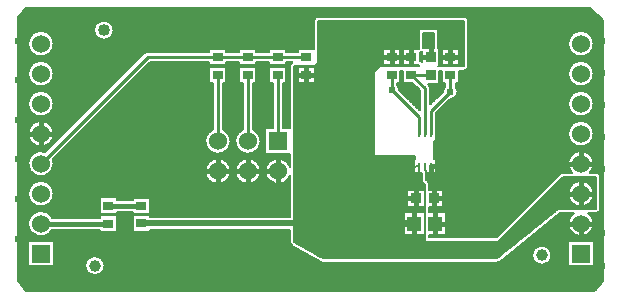
<source format=gtl>
%FSLAX25Y25*%
%MOIN*%
G70*
G01*
G75*
G04 Layer_Physical_Order=1*
G04 Layer_Color=255*
%ADD10C,0.00500*%
%ADD11R,0.04500X0.05000*%
%ADD12R,0.03500X0.03200*%
%ADD13R,0.00984X0.02165*%
%ADD14R,0.03200X0.03000*%
%ADD15R,0.03200X0.03500*%
%ADD16C,0.01500*%
%ADD17C,0.02000*%
%ADD18C,0.01000*%
%ADD19R,0.06000X0.06000*%
%ADD20C,0.06000*%
%ADD21C,0.03937*%
%ADD22C,0.04000*%
%ADD23C,0.02400*%
D10*
X294250Y184000D02*
G03*
X294250Y184000I-4250J0D01*
G01*
Y174000D02*
G03*
X294250Y174000I-4250J0D01*
G01*
X252500Y191500D02*
G03*
X251000Y193000I-1500J0D01*
G01*
X252500Y191500D02*
G03*
X251000Y193000I-1500J0D01*
G01*
Y175000D02*
G03*
X252500Y176500I0J1500D01*
G01*
X251000Y175000D02*
G03*
X252500Y176500I0J1500D01*
G01*
X246525Y165550D02*
G03*
X248950Y168000I-25J2450D01*
G01*
X244750Y169715D02*
G03*
X244050Y168025I1750J-1715D01*
G01*
X248950Y168000D02*
G03*
X248250Y169715I-2450J0D01*
G01*
X294250Y164000D02*
G03*
X294250Y164000I-4250J0D01*
G01*
Y154000D02*
G03*
X294250Y154000I-4250J0D01*
G01*
X236350Y180891D02*
G03*
X237150Y181387I-350J1459D01*
G01*
X236350Y180891D02*
G03*
X237150Y181387I-350J1459D01*
G01*
Y177813D02*
G03*
X236350Y178309I-1150J-963D01*
G01*
X237150Y177813D02*
G03*
X236350Y178309I-1150J-963D01*
G01*
X202500Y193000D02*
G03*
X201000Y191500I0J-1500D01*
G01*
X202500Y193000D02*
G03*
X201000Y191500I0J-1500D01*
G01*
X239750Y169100D02*
G03*
X239237Y170337I-1750J0D01*
G01*
X239750Y169100D02*
G03*
X239237Y170337I-1750J0D01*
G01*
X193846Y177850D02*
G03*
X193000Y176500I654J-1350D01*
G01*
X193846Y177850D02*
G03*
X193000Y176500I654J-1350D01*
G01*
X229450Y168525D02*
G03*
X228750Y170215I-2450J-25D01*
G01*
X296500Y139500D02*
G03*
X295000Y141000I-1500J0D01*
G01*
X296500Y139500D02*
G03*
X295000Y141000I-1500J0D01*
G01*
X294250Y144000D02*
G03*
X286990Y141000I-4250J0D01*
G01*
X293010D02*
G03*
X294250Y144000I-3010J3000D01*
G01*
X295000Y127500D02*
G03*
X296500Y129000I0J1500D01*
G01*
X295000Y127500D02*
G03*
X296500Y129000I0J1500D01*
G01*
X294250Y124000D02*
G03*
X292411Y127500I-4250J0D01*
G01*
X287589D02*
G03*
X294250Y124000I2411J-3500D01*
G01*
X284000Y141000D02*
G03*
X282939Y140561I0J-1500D01*
G01*
X284000Y141000D02*
G03*
X282940Y140561I0J-1500D01*
G01*
X280219Y113500D02*
G03*
X280219Y113500I-3218J0D01*
G01*
X193000Y142936D02*
G03*
X193000Y140064I-4000J-1436D01*
G01*
X239500Y137000D02*
G03*
X239061Y138060I-1500J0D01*
G01*
X239500Y137000D02*
G03*
X239061Y138061I-1500J0D01*
G01*
X262000Y111000D02*
G03*
X262942Y111332I0J1500D01*
G01*
X262000Y111000D02*
G03*
X262941Y111331I0J1500D01*
G01*
X193000Y118000D02*
G03*
X193750Y116701I1500J0D01*
G01*
X193000Y118000D02*
G03*
X193748Y116702I1500J0D01*
G01*
X203249Y111202D02*
G03*
X204000Y111000I752J1298D01*
G01*
X203246Y111203D02*
G03*
X204000Y111000I753J1297D01*
G01*
X183250Y151500D02*
G03*
X180750Y155373I-4250J0D01*
G01*
X173250Y151500D02*
G03*
X170750Y155373I-4250J0D01*
G01*
X145600Y181350D02*
G03*
X144363Y180837I0J-1750D01*
G01*
X145600Y181350D02*
G03*
X144363Y180837I0J-1750D01*
G01*
X134250Y188500D02*
G03*
X134250Y188500I-3250J0D01*
G01*
X114250Y184000D02*
G03*
X114250Y184000I-4250J0D01*
G01*
Y174000D02*
G03*
X114250Y174000I-4250J0D01*
G01*
Y164000D02*
G03*
X114250Y164000I-4250J0D01*
G01*
Y154000D02*
G03*
X114250Y154000I-4250J0D01*
G01*
X177250Y155373D02*
G03*
X183250Y151500I1750J-3873D01*
G01*
Y141500D02*
G03*
X183250Y141500I-4250J0D01*
G01*
X167250Y155373D02*
G03*
X173250Y151500I1750J-3873D01*
G01*
Y141500D02*
G03*
X173250Y141500I-4250J0D01*
G01*
X114250Y144000D02*
G03*
X113976Y145501I-4250J0D01*
G01*
X111501Y147976D02*
G03*
X114250Y144000I-1501J-3976D01*
G01*
Y134000D02*
G03*
X114250Y134000I-4250J0D01*
G01*
X113750Y126000D02*
G03*
X113750Y122000I-3750J-2000D01*
G01*
X131219Y110000D02*
G03*
X131219Y110000I-3218J0D01*
G01*
X294250Y134000D02*
G03*
X294250Y134000I-4250J0D01*
G01*
X292411Y187500D02*
X297500D01*
X293010Y187000D02*
X297500D01*
X293000Y196000D02*
X297500Y192000D01*
X293437Y186500D02*
X297500D01*
X293750Y186000D02*
X297500D01*
X294000Y185436D02*
Y195111D01*
X252500Y189500D02*
X297500D01*
X252500Y189000D02*
X297500D01*
X252500Y191000D02*
X297500D01*
X291436Y188000D02*
X297500D01*
X252500Y188500D02*
X297500D01*
X294131Y185000D02*
X297500D01*
X294221Y184500D02*
X297500D01*
X293977Y185500D02*
X297500D01*
X294221Y183500D02*
X297500D01*
X294131Y183000D02*
X297500D01*
X294250Y184000D02*
X297500D01*
X293750Y182000D02*
X297500D01*
X293437Y181500D02*
X297500D01*
X293977Y182500D02*
X297500D01*
X292411Y180500D02*
X297500D01*
X293010Y181000D02*
X297500D01*
X290500Y188221D02*
Y196000D01*
X291000Y188131D02*
Y196000D01*
X290000Y188250D02*
Y196000D01*
X292500Y187437D02*
Y196000D01*
X293000Y187011D02*
Y196000D01*
X291500Y187977D02*
Y196000D01*
X289000Y188131D02*
Y196000D01*
X289500Y188221D02*
Y196000D01*
X288500Y187977D02*
Y196000D01*
X288000Y187750D02*
Y196000D01*
X286000Y185436D02*
Y196000D01*
X287500Y187437D02*
Y196000D01*
X292000Y187750D02*
Y196000D01*
X287000Y187010D02*
Y196000D01*
X293500Y186411D02*
Y195556D01*
X286500Y186411D02*
Y196000D01*
X252500Y188000D02*
X288564D01*
X252500Y186000D02*
X286250D01*
X252500Y185500D02*
X286024D01*
X252500Y185000D02*
X285869D01*
X252500Y184000D02*
X285750D01*
X293010Y177000D02*
X297500D01*
X293437Y176500D02*
X297500D01*
X293500Y176411D02*
Y181589D01*
X293750Y176000D02*
X297500D01*
X293977Y175500D02*
X297500D01*
X294000Y175436D02*
Y182564D01*
X291436Y180000D02*
X297500D01*
X291436Y178000D02*
X297500D01*
X292411Y177500D02*
X297500D01*
X294221Y174500D02*
X297500D01*
X294250Y174000D02*
X297500D01*
X294131Y175000D02*
X297500D01*
X294131Y173000D02*
X297500D01*
X294221Y173500D02*
X297500D01*
X293750Y172000D02*
X297500D01*
X293437Y171500D02*
X297500D01*
X293977Y172500D02*
X297500D01*
X293010Y171000D02*
X297500D01*
X294000Y165436D02*
Y172564D01*
X292000Y177750D02*
Y180250D01*
X291500Y177977D02*
Y180024D01*
X288500Y177977D02*
Y180024D01*
X293000Y177011D02*
Y180990D01*
X292500Y177437D02*
Y180563D01*
X288000Y177750D02*
Y180250D01*
X287000Y177010D02*
Y180990D01*
X287500Y177437D02*
Y180563D01*
X252500Y176500D02*
Y191500D01*
X286500Y176411D02*
Y181589D01*
X286000Y175436D02*
Y182564D01*
X291000Y178131D02*
Y179869D01*
X290500Y178220D02*
Y179780D01*
X290000Y178250D02*
Y179750D01*
X293500Y166411D02*
Y171589D01*
X293000Y167010D02*
Y170990D01*
X289000Y178131D02*
Y179869D01*
X289500Y178220D02*
Y179780D01*
X287000Y167010D02*
Y170990D01*
X286500Y166411D02*
Y171589D01*
X286000Y165436D02*
Y172564D01*
X252118Y192500D02*
X296937D01*
X252414Y192000D02*
X297500D01*
X252000Y192618D02*
Y196000D01*
X252500Y191500D02*
X297500D01*
X252500Y190500D02*
X297500D01*
X252500Y191500D02*
Y196000D01*
X251500Y192914D02*
Y196000D01*
X251000Y193000D02*
X296375D01*
X251000D02*
Y196000D01*
X252500Y183000D02*
X285869D01*
X252500Y182500D02*
X286024D01*
X252500Y183500D02*
X285780D01*
X252500Y181500D02*
X286563D01*
X252500Y181000D02*
X286990D01*
X252500Y182000D02*
X286250D01*
X252500Y190000D02*
X297500D01*
X252500Y187500D02*
X287589D01*
X252500Y187000D02*
X286990D01*
X252500Y186500D02*
X286563D01*
X252500Y184500D02*
X285780D01*
X244500Y193000D02*
Y196000D01*
X245000Y193000D02*
Y196000D01*
X244000Y193000D02*
Y196000D01*
X246000Y193000D02*
Y196000D01*
X246500Y193000D02*
Y196000D01*
X245500Y193000D02*
Y196000D01*
X242000Y193000D02*
Y196000D01*
X242500Y193000D02*
Y196000D01*
X241500Y193000D02*
Y196000D01*
X243500Y193000D02*
Y196000D01*
X243000Y193000D02*
Y196000D01*
X249000Y193000D02*
Y196000D01*
X249500Y193000D02*
Y196000D01*
X248500Y193000D02*
Y196000D01*
X250500Y193000D02*
Y196000D01*
X250000Y193000D02*
Y196000D01*
X202500Y193000D02*
X251000D01*
X202500D02*
X251000D01*
X247000D02*
Y196000D01*
X248000Y193000D02*
Y196000D01*
X247500Y193000D02*
Y196000D01*
X252500Y180000D02*
X288564D01*
X252500Y179500D02*
X297500D01*
X252500Y180500D02*
X287589D01*
X252500Y179000D02*
X297500D01*
X252500Y178500D02*
X297500D01*
X252500Y178000D02*
X288564D01*
X252500Y177500D02*
X287589D01*
X252500Y177000D02*
X286990D01*
X252500Y176500D02*
X286563D01*
X252414Y176000D02*
X286250D01*
X252118Y175500D02*
X286024D01*
X251000Y175000D02*
X285869D01*
X249350Y174500D02*
X285780D01*
X249350Y173500D02*
X285780D01*
X249350Y174000D02*
X285750D01*
X249350Y172500D02*
X286024D01*
X249350Y172000D02*
X286250D01*
X249350Y173000D02*
X285869D01*
X249350Y171000D02*
X286990D01*
X249350Y171500D02*
X286563D01*
X249350Y175000D02*
X251000D01*
X249350D02*
X251000D01*
X243650Y170850D02*
Y175000D01*
X249350Y170850D02*
Y175000D01*
X243500Y167475D02*
Y175000D01*
X242850D02*
X243650D01*
X242850Y174500D02*
X243650D01*
X242850Y175000D02*
X243650D01*
X243000Y166975D02*
Y175000D01*
X242850Y170600D02*
Y175000D01*
Y171000D02*
X243650D01*
X248250Y170850D02*
X249350D01*
X242850Y171500D02*
X243650D01*
Y170850D02*
X244750D01*
X244500Y169415D02*
Y170850D01*
X242850Y173500D02*
X243650D01*
X242850Y173000D02*
X243650D01*
X242850Y174000D02*
X243650D01*
X242850Y172000D02*
X243650D01*
X242850Y172500D02*
X243650D01*
X293437Y166500D02*
X297500D01*
X293750Y166000D02*
X297500D01*
X293010Y167000D02*
X297500D01*
X294131Y165000D02*
X297500D01*
X294221Y164500D02*
X297500D01*
X293977Y165500D02*
X297500D01*
X291436Y170000D02*
X297500D01*
X291436Y168000D02*
X297500D01*
X292411Y170500D02*
X297500D01*
X292411Y167500D02*
X297500D01*
X292500Y167437D02*
Y170563D01*
X294221Y163500D02*
X297500D01*
X294131Y163000D02*
X297500D01*
X294250Y164000D02*
X297500D01*
X293750Y162000D02*
X297500D01*
X293437Y161500D02*
X297500D01*
X293977Y162500D02*
X297500D01*
X292411Y160500D02*
X297500D01*
X291436Y160000D02*
X297500D01*
X293010Y161000D02*
X297500D01*
X292411Y157500D02*
X297500D01*
X291436Y158000D02*
X297500D01*
X290500Y168220D02*
Y169780D01*
X290000Y168250D02*
Y169750D01*
X289500Y168220D02*
Y169780D01*
X292000Y167750D02*
Y170250D01*
X291500Y167976D02*
Y170024D01*
X291000Y168131D02*
Y169869D01*
X288500Y167976D02*
Y170024D01*
X289000Y168131D02*
Y169869D01*
X288000Y167750D02*
Y170250D01*
X287500Y157437D02*
Y160563D01*
Y167437D02*
Y170563D01*
X291500Y157976D02*
Y160023D01*
X291000Y158131D02*
Y159869D01*
X290500Y158221D02*
Y159780D01*
X292500Y157437D02*
Y160563D01*
X292000Y157750D02*
Y160250D01*
X289500Y158221D02*
Y159780D01*
X290000Y158250D02*
Y159750D01*
X289000Y158131D02*
Y159869D01*
X288500Y157976D02*
Y160024D01*
X288000Y157750D02*
Y160250D01*
X294131Y155000D02*
X297500D01*
X294221Y154500D02*
X297500D01*
X293977Y155500D02*
X297500D01*
X294221Y153500D02*
X297500D01*
X294131Y153000D02*
X297500D01*
X294250Y154000D02*
X297500D01*
X293750Y156000D02*
X297500D01*
X293977Y152500D02*
X297500D01*
X293010Y157000D02*
X297500D01*
X293437Y151500D02*
X297500D01*
X293750Y152000D02*
X297500D01*
X293437Y146500D02*
X297500D01*
X293750Y146000D02*
X297500D01*
X293010Y147000D02*
X297500D01*
X294131Y145000D02*
X297500D01*
X293977Y145500D02*
X297500D01*
X292411Y150500D02*
X297500D01*
X291436Y150000D02*
X297500D01*
X293010Y151000D02*
X297500D01*
X292411Y147500D02*
X297500D01*
X291436Y148000D02*
X297500D01*
X294000Y155436D02*
Y162564D01*
X293437Y156500D02*
X297500D01*
X293500Y156411D02*
Y161589D01*
X294000Y145436D02*
Y152564D01*
X293500Y146411D02*
Y151589D01*
X293000Y147011D02*
Y150989D01*
X287000Y157010D02*
Y160990D01*
X293000Y157010D02*
Y160989D01*
X286500Y156411D02*
Y161589D01*
X287500Y147437D02*
Y150563D01*
X287000Y147010D02*
Y150990D01*
X291500Y147977D02*
Y150023D01*
X291000Y148131D02*
Y149869D01*
X290500Y148221D02*
Y149779D01*
X292500Y147437D02*
Y150563D01*
X292000Y147750D02*
Y150250D01*
X289500Y148221D02*
Y149779D01*
X290000Y148250D02*
Y149750D01*
X289000Y148131D02*
Y149869D01*
X288500Y147977D02*
Y150024D01*
X288000Y147750D02*
Y150250D01*
X248737Y169000D02*
X297500D01*
X248898Y168500D02*
X297500D01*
X248437Y169500D02*
X297500D01*
X248950Y168000D02*
X288564D01*
X248898Y167500D02*
X287589D01*
X248737Y167000D02*
X286990D01*
X248250Y170500D02*
X287589D01*
X248250Y170000D02*
X288564D01*
X248437Y166500D02*
X286563D01*
X247915Y166000D02*
X286250D01*
X246475Y165500D02*
X286024D01*
X245975Y165000D02*
X285869D01*
X245475Y164500D02*
X285780D01*
X244475Y163500D02*
X285780D01*
X244975Y164000D02*
X285750D01*
X243475Y162500D02*
X286024D01*
X242975Y162000D02*
X286250D01*
X243975Y163000D02*
X285869D01*
X241975Y161000D02*
X286990D01*
X242475Y161500D02*
X286563D01*
X248250Y169715D02*
Y170850D01*
X248500Y169415D02*
Y170850D01*
X244750Y169715D02*
Y170850D01*
X244000Y167975D02*
Y170850D01*
X239075Y170500D02*
X244750D01*
X239501Y170000D02*
X244750D01*
X238975Y170600D02*
X242850D01*
X242500Y166475D02*
Y170600D01*
X242000Y165975D02*
Y170600D01*
X239750Y167500D02*
X243525D01*
X239750Y167000D02*
X243025D01*
X239750Y166500D02*
X242525D01*
X239750Y166000D02*
X242025D01*
X239750Y165500D02*
X241525D01*
X239704Y169500D02*
X244563D01*
X239750Y169000D02*
X244263D01*
X239750Y168500D02*
X244102D01*
X239750Y163725D02*
X244050Y168025D01*
X239750Y168000D02*
X244025D01*
X241719Y160000D02*
X288564D01*
X241719Y160500D02*
X287589D01*
X241719Y159500D02*
X297500D01*
X241719Y159000D02*
X297500D01*
X241719Y158500D02*
X297500D01*
X241719Y158000D02*
X288564D01*
X241719Y157500D02*
X287589D01*
X241719Y157000D02*
X286990D01*
X241719Y156500D02*
X286563D01*
X241150Y149000D02*
X297500D01*
X241150Y148500D02*
X297500D01*
X241150Y148000D02*
X288564D01*
X241150Y147500D02*
X287589D01*
X241150Y147000D02*
X286990D01*
X241150Y151000D02*
X286990D01*
X241150Y150500D02*
X287589D01*
X241150Y151500D02*
X286563D01*
X241150Y149500D02*
X297500D01*
X241150Y150000D02*
X288564D01*
X241719Y156000D02*
X286250D01*
X241719Y155500D02*
X286024D01*
X241719Y160744D02*
X246525Y165550D01*
X286000Y155436D02*
Y162564D01*
X241719Y155000D02*
X285869D01*
X241719Y153913D02*
Y160744D01*
Y154500D02*
X285780D01*
X241711Y153500D02*
X285780D01*
X241719Y154000D02*
X285750D01*
X241711Y153000D02*
X285869D01*
X241711Y151581D02*
Y153748D01*
Y152000D02*
X286250D01*
X286500Y146411D02*
Y151589D01*
X241711Y152500D02*
X286024D01*
X286000Y145436D02*
Y152564D01*
X241711Y145000D02*
X285869D01*
X241150Y146500D02*
X286563D01*
X241150Y146000D02*
X286250D01*
X241150Y151581D02*
X241711D01*
X241150Y145500D02*
X286024D01*
X241150Y145419D02*
X241711D01*
X233500Y193000D02*
Y196000D01*
X234000Y193000D02*
Y196000D01*
X233000Y193000D02*
Y196000D01*
X235000Y193000D02*
Y196000D01*
X235500Y193000D02*
Y196000D01*
X234500Y193000D02*
Y196000D01*
X231000Y193000D02*
Y196000D01*
X231500Y193000D02*
Y196000D01*
X230500Y193000D02*
Y196000D01*
X232500Y193000D02*
Y196000D01*
X232000Y193000D02*
Y196000D01*
X239000Y193000D02*
Y196000D01*
X239500Y193000D02*
Y196000D01*
X238500Y193000D02*
Y196000D01*
X240500Y193000D02*
Y196000D01*
X241000Y193000D02*
Y196000D01*
X240000Y193000D02*
Y196000D01*
X236500Y193000D02*
Y196000D01*
X237000Y193000D02*
Y196000D01*
X236000Y193000D02*
Y196000D01*
X238000Y193000D02*
Y196000D01*
X237500Y193000D02*
Y196000D01*
X221000Y193000D02*
Y196000D01*
X221500Y193000D02*
Y196000D01*
X220500Y193000D02*
Y196000D01*
X222500Y193000D02*
Y196000D01*
X223000Y193000D02*
Y196000D01*
X222000Y193000D02*
Y196000D01*
X218500Y193000D02*
Y196000D01*
X219000Y193000D02*
Y196000D01*
X218000Y193000D02*
Y196000D01*
X220000Y193000D02*
Y196000D01*
X219500Y193000D02*
Y196000D01*
X228500Y193000D02*
Y196000D01*
X229000Y193000D02*
Y196000D01*
X228000Y193000D02*
Y196000D01*
X230000Y193000D02*
Y196000D01*
X229500Y193000D02*
Y196000D01*
X226000Y193000D02*
Y196000D01*
X226500Y193000D02*
Y196000D01*
X223500Y193000D02*
Y196000D01*
X227500Y193000D02*
Y196000D01*
X227000Y193000D02*
Y196000D01*
X239500Y182600D02*
Y187500D01*
X240000Y182600D02*
Y187500D01*
X239000Y182600D02*
Y187500D01*
X241000Y182600D02*
Y187500D01*
Y182600D02*
Y187500D01*
X240500Y182600D02*
Y187500D01*
X237500D02*
X241000D01*
X237500Y187000D02*
X241000D01*
X237500Y187500D02*
X241000D01*
X237500Y186500D02*
X241000D01*
X238500Y182600D02*
Y187500D01*
X237500Y185500D02*
X241000D01*
X237500Y185000D02*
X241000D01*
X237500Y186000D02*
X241000D01*
X237500Y184500D02*
X241000D01*
X237500Y183500D02*
X241000D01*
X237500Y183000D02*
X241000D01*
X237500Y184000D02*
X241000D01*
X237500Y182600D02*
X241000D01*
X237500D02*
Y187500D01*
X238000Y182600D02*
Y187500D01*
X237500Y182600D02*
Y187500D01*
X237150Y177813D02*
Y181387D01*
X237000Y177968D02*
Y181232D01*
X224500Y193000D02*
Y196000D01*
X225000Y193000D02*
Y196000D01*
X224000Y193000D02*
Y196000D01*
X225500Y193000D02*
Y196000D01*
X236350Y180500D02*
X237150D01*
X236350Y180000D02*
X237150D01*
X236654Y181000D02*
X237150D01*
X236500Y178264D02*
Y180936D01*
X236350Y178309D02*
Y180891D01*
Y179000D02*
X237150D01*
X236350Y178500D02*
X237150D01*
X236350Y179500D02*
X237150D01*
X210500Y193000D02*
Y196000D01*
X211000Y193000D02*
Y196000D01*
X210000Y193000D02*
Y196000D01*
X212000Y193000D02*
Y196000D01*
X212500Y193000D02*
Y196000D01*
X211500Y193000D02*
Y196000D01*
X208000Y193000D02*
Y196000D01*
X208500Y193000D02*
Y196000D01*
X207500Y193000D02*
Y196000D01*
X209500Y193000D02*
Y196000D01*
X209000Y193000D02*
Y196000D01*
X216000Y193000D02*
Y196000D01*
X216500Y193000D02*
Y196000D01*
X215500Y193000D02*
Y196000D01*
X217500Y193000D02*
Y196000D01*
X217000Y193000D02*
Y196000D01*
X213500Y193000D02*
Y196000D01*
X214000Y193000D02*
Y196000D01*
X213000Y193000D02*
Y196000D01*
X215000Y193000D02*
Y196000D01*
X214500Y193000D02*
Y196000D01*
X204000Y193000D02*
Y196000D01*
X204500Y193000D02*
Y196000D01*
X203500Y193000D02*
Y196000D01*
X205500Y193000D02*
Y196000D01*
X206000Y193000D02*
Y196000D01*
X205000Y193000D02*
Y196000D01*
X202500Y193000D02*
Y196000D01*
X203000Y193000D02*
Y196000D01*
X202000Y192914D02*
Y196000D01*
X200500Y182350D02*
Y196000D01*
X200000Y182350D02*
Y196000D01*
X206500Y193000D02*
Y196000D01*
X207000Y193000D02*
Y196000D01*
X201500Y192618D02*
Y196000D01*
X201000Y182350D02*
Y191500D01*
Y196000D01*
Y182350D02*
Y191500D01*
X199500Y182350D02*
Y196000D01*
X199000Y182350D02*
Y196000D01*
X196500Y182350D02*
Y196000D01*
X197000Y182350D02*
Y196000D01*
X196000Y182350D02*
Y196000D01*
X198000Y182350D02*
Y196000D01*
X198500Y182350D02*
Y196000D01*
X197500Y182350D02*
Y196000D01*
X192500Y181350D02*
Y196000D01*
X194500Y181350D02*
Y196000D01*
X192000Y181350D02*
Y196000D01*
X195500Y181350D02*
Y196000D01*
X195000Y181350D02*
Y196000D01*
X195650Y181350D02*
Y182350D01*
X201000D01*
X194000Y181350D02*
Y196000D01*
X193500Y181350D02*
Y196000D01*
X193000Y181350D02*
Y196000D01*
X191850Y182000D02*
X195650D01*
X191850Y181500D02*
X195650D01*
X186150Y182350D02*
X191850D01*
Y181350D02*
X195650D01*
X191850D02*
Y182350D01*
X189500D02*
Y196000D01*
X190000Y182350D02*
Y196000D01*
X189000Y182350D02*
Y196000D01*
X191000Y182350D02*
Y196000D01*
X191500Y182350D02*
Y196000D01*
X190500Y182350D02*
Y196000D01*
X188000Y182350D02*
Y196000D01*
X188500Y182350D02*
Y196000D01*
X187500Y182350D02*
Y196000D01*
X187000Y182350D02*
Y196000D01*
X184500Y181350D02*
Y196000D01*
X186500Y182350D02*
Y196000D01*
X186150Y181350D02*
Y182350D01*
X185500Y181350D02*
Y196000D01*
X191850Y176850D02*
Y177850D01*
X186000Y181350D02*
Y196000D01*
X184000Y181350D02*
Y196000D01*
X185000Y181350D02*
Y196000D01*
X183000Y181350D02*
Y196000D01*
X185000Y155750D02*
Y177850D01*
X183500Y181350D02*
Y196000D01*
X229850Y175000D02*
X230650D01*
X229850Y174500D02*
X230650D01*
X229850Y175000D02*
X230650D01*
Y170850D02*
Y175000D01*
X229850Y173500D02*
X230650D01*
X229850Y174000D02*
X230650D01*
X229850Y172500D02*
X230650D01*
X229850Y172000D02*
X230650D01*
X229850Y173000D02*
X230650D01*
X229850Y171000D02*
X230650D01*
X229850Y171500D02*
X230650D01*
X238975Y170600D02*
X239237Y170337D01*
X239500Y170001D02*
Y170600D01*
X230650Y170850D02*
X233775D01*
X229475Y168500D02*
X236125D01*
X228750Y170500D02*
X234125D01*
X228937Y170000D02*
X234625D01*
X228750Y170850D02*
X229850D01*
X229398Y169000D02*
X235625D01*
X229237Y169500D02*
X235125D01*
X191850Y177850D02*
X193846D01*
X191850Y177000D02*
X193086D01*
X229850Y170850D02*
Y175000D01*
X193000Y176500D02*
Y177850D01*
X191850Y175500D02*
X193000D01*
X191850Y175000D02*
X193000D01*
X191850Y176000D02*
X193000D01*
X191850Y174500D02*
X193000D01*
X191850Y170850D02*
Y176350D01*
X228750Y170215D02*
Y170850D01*
X229000Y169915D02*
Y170850D01*
X191850Y173000D02*
X193000D01*
X229500Y168475D02*
Y170850D01*
X191850Y173500D02*
X193000D01*
X191850Y172500D02*
X193000D01*
X191850Y174000D02*
X193000D01*
X191850Y171000D02*
X193000D01*
X191850Y171500D02*
X193000D01*
X241000Y164975D02*
Y170600D01*
X241500Y165475D02*
Y170600D01*
X240500Y164475D02*
Y170600D01*
X240000Y163975D02*
Y170600D01*
X239750Y163725D02*
Y169100D01*
X236250Y161725D02*
Y168375D01*
X229975Y168000D02*
X236250D01*
X230475Y167500D02*
X236250D01*
X233775Y170850D02*
X236250Y168375D01*
X231475Y166500D02*
X236250D01*
X230975Y167000D02*
X236250D01*
X239750Y165000D02*
X241025D01*
X239750Y164500D02*
X240525D01*
X234475Y163500D02*
X236250D01*
X241500Y145419D02*
Y151581D01*
X241150Y145419D02*
Y151581D01*
X232475Y165500D02*
X236250D01*
X232975Y165000D02*
X236250D01*
X231975Y166000D02*
X236250D01*
X233975Y164000D02*
X236250D01*
X233475Y164500D02*
X236250D01*
X231000Y166975D02*
Y170850D01*
X232000Y165975D02*
Y170850D01*
X230500Y167475D02*
Y175000D01*
X233000Y164975D02*
Y170850D01*
X233500Y164475D02*
Y170850D01*
X232500Y165475D02*
Y170850D01*
X193000Y155750D02*
Y176500D01*
X230000Y167975D02*
Y175000D01*
X193000Y155750D02*
Y176500D01*
X192500Y155750D02*
Y177850D01*
X192000Y155750D02*
Y177850D01*
X234975Y163000D02*
X236250D01*
X235475Y162500D02*
X236250D01*
X235000Y162975D02*
Y169625D01*
X236000Y161975D02*
Y168625D01*
X235500Y162475D02*
Y169125D01*
X234000Y163975D02*
Y170625D01*
X234500Y163475D02*
Y170125D01*
X231500Y166475D02*
Y170850D01*
X229450Y168525D02*
X236250Y161725D01*
X192000Y144510D02*
Y147250D01*
X191850Y177500D02*
X193382D01*
X191850Y172000D02*
X193000D01*
X190750Y170500D02*
X193000D01*
X190750Y169500D02*
X193000D01*
X190750Y169000D02*
X193000D01*
X190750Y170000D02*
X193000D01*
X190750Y168000D02*
X193000D01*
X190750Y167500D02*
X193000D01*
X190750Y168500D02*
X193000D01*
X190750Y166500D02*
X193000D01*
X190750Y167000D02*
X193000D01*
X190750Y161000D02*
X193000D01*
X190750Y160500D02*
X193000D01*
X190750Y161500D02*
X193000D01*
X190750Y159500D02*
X193000D01*
X190750Y160000D02*
X193000D01*
X190750Y165500D02*
X193000D01*
X190750Y164500D02*
X193000D01*
X190750Y166000D02*
X193000D01*
X190750Y162000D02*
X193000D01*
X190750Y164000D02*
X193000D01*
X189500Y176350D02*
Y176850D01*
X190000Y176350D02*
Y176850D01*
X189000Y176350D02*
Y176850D01*
X191000Y176350D02*
Y176850D01*
X191500Y176350D02*
Y176850D01*
X190500Y176350D02*
Y176850D01*
X186500Y176350D02*
Y176850D01*
X186150D02*
X191850D01*
X186150D02*
Y177850D01*
X187500Y176350D02*
Y176850D01*
X187000Y176350D02*
Y176850D01*
X190750Y165000D02*
X193000D01*
X190750Y163500D02*
X193000D01*
X190750Y170850D02*
X191850D01*
X190750Y162500D02*
X193000D01*
X190750Y163000D02*
X193000D01*
X188500Y176350D02*
Y176850D01*
X186150Y176350D02*
X191850D01*
X188000D02*
Y176850D01*
X186150Y170850D02*
X187250D01*
X186150D02*
Y176350D01*
X190750Y158500D02*
X193000D01*
X190750Y158000D02*
X193000D01*
X190750Y159000D02*
X193000D01*
X191000Y155750D02*
Y170850D01*
X191500Y155750D02*
Y170850D01*
X190750Y155750D02*
Y170850D01*
Y157000D02*
X193000D01*
X190750Y156500D02*
X193000D01*
X190750Y157500D02*
X193000D01*
X190750Y155750D02*
X193000D01*
X190750Y156000D02*
X193000D01*
X191000Y145250D02*
Y147250D01*
X190436Y145500D02*
X193000D01*
X190500Y145476D02*
Y147250D01*
X191411Y145000D02*
X193000D01*
X191500Y144937D02*
Y147250D01*
X189500Y145721D02*
Y147250D01*
X184750D02*
X193000D01*
X189000Y145750D02*
Y147250D01*
X190000Y145631D02*
Y147250D01*
X188500Y145721D02*
Y147250D01*
X187000Y155750D02*
Y170850D01*
X187250Y155750D02*
Y170850D01*
X186500Y155750D02*
Y170850D01*
X185500Y155750D02*
Y177850D01*
X186000Y155750D02*
Y177850D01*
X184750Y147250D02*
Y155750D01*
X187250D01*
X182976Y153000D02*
X184750D01*
X183000Y152936D02*
Y177850D01*
X183221Y152000D02*
X184750D01*
X183131Y152500D02*
X184750D01*
X187500Y145476D02*
Y147250D01*
X188000Y145631D02*
Y147250D01*
X187000Y145250D02*
Y147250D01*
X186500Y144937D02*
Y147250D01*
X186000Y144510D02*
Y147250D01*
X183221Y151000D02*
X184750D01*
X183131Y150500D02*
X184750D01*
X183250Y151500D02*
X184750D01*
X182750Y149500D02*
X184750D01*
X182976Y150000D02*
X184750D01*
X294250Y144000D02*
X297500D01*
X295000Y141000D02*
X297500D01*
X294221Y144500D02*
X297500D01*
X296500Y139517D02*
Y192889D01*
X294131Y143000D02*
X297500D01*
X293977Y142500D02*
X297500D01*
X294221Y143500D02*
X297500D01*
X293437Y141500D02*
X297500D01*
X293750Y142000D02*
X297500D01*
X296500Y137500D02*
X297500D01*
X296500Y137000D02*
X297500D01*
X296500Y138000D02*
X297500D01*
X296500Y136000D02*
X297500D01*
X296500Y135500D02*
X297500D01*
X296500Y136500D02*
X297500D01*
X296414Y140000D02*
X297500D01*
X296500Y139500D02*
X297500D01*
X296118Y140500D02*
X297500D01*
X296500Y138500D02*
X297500D01*
X296500Y139000D02*
X297500D01*
X294500Y141000D02*
Y194667D01*
X295500Y140914D02*
Y193778D01*
X296000Y140618D02*
Y193333D01*
X295000Y141000D02*
Y194222D01*
X284500Y141000D02*
Y196000D01*
X285000Y141000D02*
Y196000D01*
X284000Y141000D02*
Y196000D01*
X285500Y141000D02*
Y196000D01*
X293010Y141000D02*
X295000D01*
X293010D02*
X295000D01*
X294000D02*
Y142564D01*
X293500Y141000D02*
Y141589D01*
X286500Y141000D02*
Y141589D01*
X286000Y141000D02*
Y142564D01*
X284000Y141000D02*
X286990D01*
X284000D02*
X286990D01*
X296500Y134500D02*
X297500D01*
X296500Y134000D02*
X297500D01*
X296500Y135000D02*
X297500D01*
X297000Y104417D02*
Y192444D01*
X297500Y105000D02*
Y192000D01*
X296500Y129000D02*
Y139500D01*
Y133000D02*
X297500D01*
X296500Y132500D02*
X297500D01*
X296500Y133500D02*
X297500D01*
X296500Y131500D02*
X297500D01*
X296500Y132000D02*
X297500D01*
X296500Y130500D02*
X297500D01*
X296500Y130000D02*
X297500D01*
X296500Y131000D02*
X297500D01*
X296500Y129000D02*
X297500D01*
X296500Y129500D02*
X297500D01*
X296118Y128000D02*
X297500D01*
X295000Y127500D02*
X297500D01*
X296414Y128500D02*
X297500D01*
X293010Y127000D02*
X297500D01*
X296500Y128983D02*
Y139517D01*
Y103833D02*
Y128983D01*
X296000Y103250D02*
Y127882D01*
X295500Y102667D02*
Y127586D01*
X295000Y102083D02*
Y127500D01*
X292411D02*
X295000D01*
X292411D02*
X295000D01*
X294500Y101500D02*
Y127500D01*
X293000Y127011D02*
Y127500D01*
X293500Y126411D02*
Y127500D01*
X287000Y127010D02*
Y127500D01*
X294000Y125436D02*
Y127500D01*
X286500Y126411D02*
Y127500D01*
X285500Y101500D02*
Y127500D01*
X286000Y125436D02*
Y127500D01*
X285000Y101500D02*
Y127500D01*
X284500Y101500D02*
Y127500D01*
X284000Y101500D02*
Y127500D01*
X283000Y140618D02*
Y196000D01*
X283500Y140914D02*
Y196000D01*
X282500Y140121D02*
Y196000D01*
X281500Y139121D02*
Y196000D01*
X282000Y139621D02*
Y196000D01*
X281000Y138621D02*
Y196000D01*
X241711Y144500D02*
X285780D01*
X241711Y143500D02*
X285780D01*
X241711Y144000D02*
X285750D01*
X241711Y142500D02*
X286024D01*
X241711Y143000D02*
X285869D01*
X241711Y142000D02*
X286250D01*
X241711Y141500D02*
X286563D01*
X241711Y141000D02*
X284000D01*
X238500Y140500D02*
X282879D01*
X238500Y140000D02*
X282379D01*
X238500Y139500D02*
X281879D01*
X238500Y139000D02*
X281379D01*
X238621Y138500D02*
X280879D01*
X280000Y137621D02*
Y196000D01*
X280500Y138121D02*
Y196000D01*
X279500Y137121D02*
Y196000D01*
X278500Y136121D02*
Y196000D01*
X279000Y136621D02*
Y196000D01*
X278000Y135621D02*
Y196000D01*
X277000Y134621D02*
Y196000D01*
X277500Y135121D02*
Y196000D01*
X276500Y134121D02*
Y196000D01*
X276000Y133621D02*
Y196000D01*
X275500Y133121D02*
Y196000D01*
X239500Y135500D02*
X277879D01*
X244000Y135000D02*
X277379D01*
X244000Y134500D02*
X276879D01*
X244000Y134000D02*
X276379D01*
X244000Y133500D02*
X275879D01*
X239118Y138000D02*
X280379D01*
X239414Y137500D02*
X279879D01*
X239500Y137000D02*
X279379D01*
X239500Y136500D02*
X278879D01*
X239500Y136000D02*
X278379D01*
X274500Y132121D02*
Y196000D01*
X275000Y132621D02*
Y196000D01*
X274000Y131621D02*
Y196000D01*
X273000Y130621D02*
Y196000D01*
X273500Y131121D02*
Y196000D01*
X272500Y130121D02*
Y196000D01*
X244000Y133000D02*
X275379D01*
X244000Y132500D02*
X274879D01*
X244000Y132000D02*
X274379D01*
X261879Y119500D02*
X282939Y140560D01*
X244000Y131500D02*
X273879D01*
X283029Y127500D02*
X287589D01*
X283029D02*
X287589D01*
X283500Y101500D02*
Y127500D01*
X283000Y101500D02*
Y127477D01*
X282500Y101500D02*
Y127075D01*
X244000Y131000D02*
X273379D01*
X282407Y127000D02*
X286990D01*
X244000Y130500D02*
X272879D01*
X262942Y111332D02*
X283029Y127500D01*
X282000Y101500D02*
Y126672D01*
X271500Y129121D02*
Y196000D01*
X272000Y129621D02*
Y196000D01*
X271000Y128621D02*
Y196000D01*
X270000Y127621D02*
Y196000D01*
X270500Y128121D02*
Y196000D01*
X269500Y127121D02*
Y196000D01*
X267500Y125121D02*
Y196000D01*
X269000Y126621D02*
Y196000D01*
X267000Y124621D02*
Y196000D01*
X266500Y124121D02*
Y196000D01*
X266000Y123621D02*
Y196000D01*
X245000Y127500D02*
X269879D01*
X245000Y127000D02*
X269379D01*
X245000Y126500D02*
X268879D01*
X268500Y126121D02*
Y196000D01*
X268000Y125621D02*
Y196000D01*
X244000Y130000D02*
X272379D01*
X239500Y129500D02*
X271879D01*
X239500Y129000D02*
X271379D01*
X239500Y128500D02*
X270879D01*
X239500Y128000D02*
X270379D01*
X294221Y124500D02*
X297500D01*
X294250Y124000D02*
X297500D01*
X294131Y125000D02*
X297500D01*
X294221Y123500D02*
X297500D01*
X294131Y123000D02*
X297500D01*
X294000Y118250D02*
Y122564D01*
X293750Y126000D02*
X297500D01*
X293977Y125500D02*
X297500D01*
X293437Y126500D02*
X297500D01*
X293977Y122500D02*
X297500D01*
X294250Y118000D02*
X297500D01*
X294250Y117500D02*
X297500D01*
X293750Y122000D02*
X297500D01*
X294250Y116500D02*
X297500D01*
X294250Y116000D02*
X297500D01*
X294250Y117000D02*
X297500D01*
X293010Y121000D02*
X297500D01*
X292411Y120500D02*
X297500D01*
X293437Y121500D02*
X297500D01*
X291436Y120000D02*
X297500D01*
X285750Y118250D02*
X294250D01*
X293500D02*
Y121589D01*
X293000Y118250D02*
Y120990D01*
X287000Y118250D02*
Y120990D01*
X287500Y118250D02*
Y120563D01*
X286500Y118250D02*
Y121589D01*
X281786Y126500D02*
X286563D01*
X281165Y126000D02*
X286250D01*
X280544Y125500D02*
X286024D01*
X286000Y118250D02*
Y122564D01*
X291500Y118250D02*
Y120024D01*
X291000Y118250D02*
Y119869D01*
X290500Y118250D02*
Y119780D01*
X292500Y118250D02*
Y120563D01*
X292000Y118250D02*
Y120250D01*
X288500Y118250D02*
Y120024D01*
X289000Y118250D02*
Y119869D01*
X288000Y118250D02*
Y120250D01*
X290000Y118250D02*
Y119750D01*
X289500Y118250D02*
Y119780D01*
X294250Y113000D02*
X297500D01*
X294250Y112500D02*
X297500D01*
X294250Y113500D02*
X297500D01*
X294250Y111500D02*
X297500D01*
X294250Y111000D02*
X297500D01*
X294250Y112000D02*
X297500D01*
X294250Y115000D02*
X297500D01*
X294250Y114500D02*
X297500D01*
X294250Y115500D02*
X297500D01*
X294250Y114000D02*
X297500D01*
X294250Y109750D02*
Y118250D01*
Y110000D02*
X297500D01*
X294500Y101500D02*
X297500Y105000D01*
X294250Y110500D02*
X297500D01*
X294000Y101500D02*
Y109750D01*
X293500Y101500D02*
Y109750D01*
X292000Y101500D02*
Y109750D01*
X285750D02*
X294250D01*
X291500Y101500D02*
Y109750D01*
X293000Y101500D02*
Y109750D01*
X292500Y101500D02*
Y109750D01*
X285750D02*
Y118250D01*
X289500Y101500D02*
Y109750D01*
X280219Y113500D02*
X285750D01*
X281500Y101500D02*
Y126270D01*
X281000Y101500D02*
Y125867D01*
X280500Y101500D02*
Y125465D01*
X280059Y114500D02*
X285750D01*
X280179Y114000D02*
X285750D01*
X280000Y114666D02*
Y125062D01*
X280059Y112500D02*
X285750D01*
X280179Y113000D02*
X285750D01*
X289000Y101500D02*
Y109750D01*
X290000Y101500D02*
Y109750D01*
X288500Y101500D02*
Y109750D01*
X291000Y101500D02*
Y109750D01*
X290500Y101500D02*
Y109750D01*
X286500Y101500D02*
Y109750D01*
X287000Y101500D02*
Y109750D01*
X286000Y101500D02*
Y109750D01*
X288000Y101500D02*
Y109750D01*
X287500Y101500D02*
Y109750D01*
X279923Y125000D02*
X285869D01*
X279301Y124500D02*
X285780D01*
X278680Y124000D02*
X285750D01*
X277438Y123000D02*
X285869D01*
X276817Y122500D02*
X286024D01*
X278059Y123500D02*
X285780D01*
X275574Y121500D02*
X286563D01*
X274953Y121000D02*
X286990D01*
X276195Y122000D02*
X286250D01*
X273710Y120000D02*
X288564D01*
X274332Y120500D02*
X287589D01*
X273089Y119500D02*
X297500D01*
X278166Y116500D02*
X285750D01*
X279027Y116000D02*
X285750D01*
X279848Y115000D02*
X285750D01*
X279522Y115500D02*
X285750D01*
X272468Y119000D02*
X297500D01*
X271847Y118500D02*
X297500D01*
X271226Y118000D02*
X285750D01*
X269983Y117000D02*
X285750D01*
X270604Y117500D02*
X285750D01*
X278000Y116559D02*
Y123452D01*
X277500Y116679D02*
Y123050D01*
X277000Y116718D02*
Y122648D01*
X279500Y115527D02*
Y124660D01*
X279000Y116022D02*
Y124257D01*
X278500Y116348D02*
Y123855D01*
X245000Y126000D02*
X268379D01*
X245000Y125500D02*
X267879D01*
X245000Y125000D02*
X267379D01*
X245000Y124500D02*
X266879D01*
X245000Y124000D02*
X266379D01*
X276500Y116679D02*
Y122245D01*
X276000Y116559D02*
Y121843D01*
X275500Y116348D02*
Y121440D01*
X275000Y116022D02*
Y121038D01*
X274500Y115527D02*
Y120635D01*
X269362Y116500D02*
X275834D01*
X268741Y116000D02*
X274973D01*
X268120Y115500D02*
X274478D01*
X267498Y115000D02*
X274152D01*
X274000Y114666D02*
Y120233D01*
X279522Y111500D02*
X285750D01*
X279027Y111000D02*
X285750D01*
X279848Y112000D02*
X285750D01*
X280000Y101500D02*
Y112334D01*
X279500Y101500D02*
Y111473D01*
X274500Y101500D02*
Y111473D01*
X263150Y111500D02*
X274478D01*
X262000Y111000D02*
X274973D01*
X263771Y112000D02*
X274152D01*
X274000Y101500D02*
Y112334D01*
X279000Y101500D02*
Y110978D01*
X278166Y110500D02*
X285750D01*
X278500Y101500D02*
Y110652D01*
X278000Y101500D02*
Y110441D01*
X277500Y101500D02*
Y110321D01*
X275500Y101500D02*
Y110652D01*
X276000Y101500D02*
Y110441D01*
X275000Y101500D02*
Y110978D01*
X277000Y101500D02*
Y110282D01*
X276500Y101500D02*
Y110321D01*
X272000Y101500D02*
Y118623D01*
X271500Y101500D02*
Y118221D01*
X271000Y101500D02*
Y117818D01*
X273500Y101500D02*
Y119831D01*
X273000Y101500D02*
Y119428D01*
X272500Y101500D02*
Y119026D01*
X269500Y101500D02*
Y116611D01*
X269000Y101500D02*
Y116209D01*
X268500Y101500D02*
Y115806D01*
X270500Y101500D02*
Y117416D01*
X270000Y101500D02*
Y117014D01*
X268000Y101500D02*
Y115404D01*
X266877Y114500D02*
X273941D01*
X267500Y101500D02*
Y115001D01*
X267000Y101500D02*
Y114599D01*
X266500Y101500D02*
Y114196D01*
X266256Y114000D02*
X273821D01*
X265014Y113000D02*
X273821D01*
X265635Y113500D02*
X273781D01*
X264392Y112500D02*
X273941D01*
X266000Y101500D02*
Y113794D01*
X265000Y122621D02*
Y196000D01*
X265500Y123121D02*
Y196000D01*
X264500Y122121D02*
Y196000D01*
X263500Y121121D02*
Y196000D01*
X264000Y121621D02*
Y196000D01*
X263000Y120621D02*
Y196000D01*
X244000Y129650D02*
Y135350D01*
Y129650D02*
Y135350D01*
Y163025D01*
X245000Y127750D02*
Y164025D01*
X244500Y127750D02*
Y163525D01*
X245000Y123500D02*
X265879D01*
X245000Y123000D02*
X265379D01*
X245000Y122500D02*
X264879D01*
X245000Y122000D02*
X264379D01*
X245000Y121500D02*
X263879D01*
X245000Y121000D02*
X263379D01*
X239500Y135350D02*
X244000D01*
X243500Y127750D02*
Y129650D01*
X244000Y127750D02*
Y129650D01*
X243500Y135350D02*
Y162525D01*
X243000Y135350D02*
Y162025D01*
X241711Y140754D02*
Y145419D01*
X242500Y135350D02*
Y161525D01*
X242000Y135350D02*
Y161025D01*
X241500Y135350D02*
Y140754D01*
X241000Y135350D02*
Y140754D01*
X239742D02*
X241711D01*
X240500Y135350D02*
Y140754D01*
X240000Y135350D02*
Y140754D01*
X242500Y127750D02*
Y129650D01*
X243000Y127750D02*
Y129650D01*
X242000Y127750D02*
Y129650D01*
X241500Y127750D02*
Y129650D01*
X241000Y127750D02*
Y129650D01*
X240500Y127750D02*
Y129650D01*
X240000Y127750D02*
Y129650D01*
X239500Y127750D02*
Y129650D01*
X256000Y119500D02*
Y196000D01*
X256500Y119500D02*
Y196000D01*
X255500Y119500D02*
Y196000D01*
X257500Y119500D02*
Y196000D01*
X258000Y119500D02*
Y196000D01*
X257000Y119500D02*
Y196000D01*
X253500Y119500D02*
Y196000D01*
X254000Y119500D02*
Y196000D01*
X253000Y119500D02*
Y196000D01*
X255000Y119500D02*
Y196000D01*
X254500Y119500D02*
Y196000D01*
X262000Y119621D02*
Y196000D01*
X262500Y120121D02*
Y196000D01*
X261500Y119500D02*
Y196000D01*
X261000Y119500D02*
Y196000D01*
X260500Y119500D02*
Y196000D01*
X259000Y119500D02*
Y196000D01*
X245000Y120500D02*
X262879D01*
X258500Y119500D02*
Y196000D01*
X260000Y119500D02*
Y196000D01*
X259500Y119500D02*
Y196000D01*
X250500Y119500D02*
Y175000D01*
X251000Y119500D02*
Y175000D01*
X250000Y119500D02*
Y175000D01*
X252500Y119500D02*
Y191500D01*
X252000Y119500D02*
Y175382D01*
X251500Y119500D02*
Y175086D01*
X248500Y119500D02*
Y166585D01*
X248000Y119500D02*
Y166063D01*
X247500Y119500D02*
Y165763D01*
X249500Y119500D02*
Y175000D01*
X249000Y119500D02*
Y170850D01*
X246000Y119500D02*
Y165025D01*
X245500Y119500D02*
Y164525D01*
X245000Y120250D02*
Y127750D01*
X247000Y119500D02*
Y165602D01*
X246500Y119500D02*
Y165525D01*
X245000Y120250D02*
Y127750D01*
X240000Y119500D02*
Y120250D01*
X244000Y119500D02*
Y120250D01*
X240500Y119500D02*
Y120250D01*
X238500Y140754D02*
X239742D01*
X238500Y138621D02*
Y140754D01*
X239500Y137000D02*
Y140754D01*
X238500Y138621D02*
Y140754D01*
X193000Y142936D02*
Y147250D01*
Y142936D02*
Y147250D01*
X192437Y144000D02*
X193000D01*
X238500Y140754D02*
X239742D01*
X239500Y135350D02*
Y137000D01*
Y129650D02*
X244000D01*
X239500Y135350D02*
Y137000D01*
Y127750D02*
X245000D01*
X239500D02*
Y129650D01*
X238500Y138621D02*
X239060Y138061D01*
X239000Y138121D02*
Y140754D01*
X193000Y126350D02*
Y140064D01*
X192500Y143911D02*
Y147250D01*
X192010Y144500D02*
X193000D01*
X185500Y143911D02*
Y147250D01*
X185000Y142936D02*
Y147250D01*
X182976Y143000D02*
X185023D01*
X183131Y142500D02*
X184869D01*
X183000Y142936D02*
Y150064D01*
X183221Y142000D02*
X184780D01*
X192010Y138500D02*
X193000D01*
X191411Y138000D02*
X193000D01*
X192437Y139000D02*
X193000D01*
X190436Y137500D02*
X193000D01*
X191000Y126350D02*
Y137750D01*
X183221Y141000D02*
X184780D01*
X183131Y140500D02*
X184869D01*
X183250Y141500D02*
X184750D01*
X182750Y139500D02*
X185250D01*
X182976Y140000D02*
X185023D01*
X193000Y126350D02*
Y140064D01*
X192500Y126350D02*
Y139089D01*
X192000Y126350D02*
Y138490D01*
X191500Y126350D02*
Y138063D01*
X192500Y101500D02*
Y121850D01*
X190500Y126350D02*
Y137523D01*
X190000Y126350D02*
Y137369D01*
X189500Y126350D02*
Y137279D01*
X188500Y126350D02*
Y137279D01*
X189500Y101500D02*
Y121850D01*
X189000Y126350D02*
Y137250D01*
X193000Y118000D02*
Y121850D01*
Y118000D02*
Y121850D01*
X192000Y101500D02*
Y121850D01*
X191500Y101500D02*
Y121850D01*
X191000Y101500D02*
Y121850D01*
X188500Y101500D02*
Y121850D01*
X189000Y101500D02*
Y121850D01*
X188000Y101500D02*
Y121850D01*
X190500Y101500D02*
Y121850D01*
X190000Y101500D02*
Y121850D01*
X186000Y126350D02*
Y138490D01*
X186500Y126350D02*
Y138063D01*
X185500Y126350D02*
Y139089D01*
X187500Y126350D02*
Y137523D01*
X188000Y126350D02*
Y137369D01*
X187000Y126350D02*
Y137750D01*
X183500Y126350D02*
Y177850D01*
X184000Y126350D02*
Y177850D01*
X183000Y126350D02*
Y140064D01*
X185000Y126350D02*
Y140064D01*
X184500Y126350D02*
Y177850D01*
X186000Y101500D02*
Y121850D01*
X186500Y101500D02*
Y121850D01*
X185500Y101500D02*
Y121850D01*
X187500Y101500D02*
Y121850D01*
X187000Y101500D02*
Y121850D01*
X183500Y101500D02*
Y121850D01*
X184000Y101500D02*
Y121850D01*
X183000Y101500D02*
Y121850D01*
X185000Y101500D02*
Y121850D01*
X184500Y101500D02*
Y121850D01*
X264000Y101500D02*
Y112184D01*
X263500Y101500D02*
Y111782D01*
X263000Y101500D02*
Y111379D01*
X265500Y101500D02*
Y113392D01*
X265000Y101500D02*
Y112989D01*
X264500Y101500D02*
Y112587D01*
X239500Y120000D02*
X262379D01*
X239500Y119500D02*
X261879D01*
X239500D02*
X261879D01*
X258000Y101500D02*
Y111000D01*
X261000Y101500D02*
Y111000D01*
X257500Y101500D02*
Y111000D01*
X262500Y101500D02*
Y111086D01*
X262000Y101500D02*
Y111000D01*
X261500Y101500D02*
Y111000D01*
X255000Y101500D02*
Y111000D01*
X255500Y101500D02*
Y111000D01*
X254500Y101500D02*
Y111000D01*
X256500Y101500D02*
Y111000D01*
X256000Y101500D02*
Y111000D01*
X242500Y119500D02*
Y120250D01*
X243000Y119500D02*
Y120250D01*
X242000Y119500D02*
Y120250D01*
X244500Y119500D02*
Y120250D01*
X245000Y119500D02*
Y120250D01*
X243500Y119500D02*
Y120250D01*
X239500Y119500D02*
Y120250D01*
X245000D01*
X239500Y119500D02*
Y120250D01*
X241500Y119500D02*
Y120250D01*
X241000Y119500D02*
Y120250D01*
X252500Y101500D02*
Y111000D01*
X253000Y101500D02*
Y111000D01*
X252000Y101500D02*
Y111000D01*
X254000Y101500D02*
Y111000D01*
X253500Y101500D02*
Y111000D01*
X250000Y101500D02*
Y111000D01*
X250500Y101500D02*
Y111000D01*
X249500Y101500D02*
Y111000D01*
X251500Y101500D02*
Y111000D01*
X251000Y101500D02*
Y111000D01*
X245000Y101500D02*
Y111000D01*
X245500Y101500D02*
Y111000D01*
X244500Y101500D02*
Y111000D01*
X246500Y101500D02*
Y111000D01*
X247000Y101500D02*
Y111000D01*
X246000Y101500D02*
Y111000D01*
X242500Y101500D02*
Y111000D01*
X243000Y101500D02*
Y111000D01*
X242000Y101500D02*
Y111000D01*
X244000Y101500D02*
Y111000D01*
X243500Y101500D02*
Y111000D01*
X259000Y101500D02*
Y111000D01*
X259500Y101500D02*
Y111000D01*
X258500Y101500D02*
Y111000D01*
X260500Y101500D02*
Y111000D01*
X260000Y101500D02*
Y111000D01*
X248000Y101500D02*
Y111000D01*
X248500Y101500D02*
Y111000D01*
X247500Y101500D02*
Y111000D01*
X257000Y101500D02*
Y111000D01*
X249000Y101500D02*
Y111000D01*
X234500Y101500D02*
Y111000D01*
X235000Y101500D02*
Y111000D01*
X234000Y101500D02*
Y111000D01*
X236000Y101500D02*
Y111000D01*
X236500Y101500D02*
Y111000D01*
X235500Y101500D02*
Y111000D01*
X232000Y101500D02*
Y111000D01*
X232500Y101500D02*
Y111000D01*
X231500Y101500D02*
Y111000D01*
X233500Y101500D02*
Y111000D01*
X233000Y101500D02*
Y111000D01*
X240000Y101500D02*
Y111000D01*
X240500Y101500D02*
Y111000D01*
X239500Y101500D02*
Y111000D01*
X241500Y101500D02*
Y111000D01*
X241000Y101500D02*
Y111000D01*
X237500Y101500D02*
Y111000D01*
X238000Y101500D02*
Y111000D01*
X237000Y101500D02*
Y111000D01*
X239000Y101500D02*
Y111000D01*
X238500Y101500D02*
Y111000D01*
X225000Y101500D02*
Y111000D01*
X225500Y101500D02*
Y111000D01*
X223000Y101500D02*
Y111000D01*
X226500Y101500D02*
Y111000D01*
X227000Y101500D02*
Y111000D01*
X226000Y101500D02*
Y111000D01*
X221000Y101500D02*
Y111000D01*
X221500Y101500D02*
Y111000D01*
X220500Y101500D02*
Y111000D01*
X222500Y101500D02*
Y111000D01*
X222000Y101500D02*
Y111000D01*
X229500Y101500D02*
Y111000D01*
X230000Y101500D02*
Y111000D01*
X229000Y101500D02*
Y111000D01*
X231000Y101500D02*
Y111000D01*
X230500Y101500D02*
Y111000D01*
X204000D02*
X262000D01*
X204000D02*
X262000D01*
X227500Y101500D02*
Y111000D01*
X228500Y101500D02*
Y111000D01*
X228000Y101500D02*
Y111000D01*
X213000Y101500D02*
Y111000D01*
X213500Y101500D02*
Y111000D01*
X212500Y101500D02*
Y111000D01*
X214500Y101500D02*
Y111000D01*
X215000Y101500D02*
Y111000D01*
X214000Y101500D02*
Y111000D01*
X193750Y116701D02*
X203246Y111203D01*
X218500Y101500D02*
Y111000D01*
X219000Y101500D02*
Y111000D01*
X218000Y101500D02*
Y111000D01*
X220000Y101500D02*
Y111000D01*
X219500Y101500D02*
Y111000D01*
X216000Y101500D02*
Y111000D01*
X216500Y101500D02*
Y111000D01*
X215500Y101500D02*
Y111000D01*
X217500Y101500D02*
Y111000D01*
X217000Y101500D02*
Y111000D01*
X206500Y101500D02*
Y111000D01*
X207000Y101500D02*
Y111000D01*
X206000Y101500D02*
Y111000D01*
X208000Y101500D02*
Y111000D01*
X208500Y101500D02*
Y111000D01*
X207500Y101500D02*
Y111000D01*
X204000Y101500D02*
Y111000D01*
X204500Y101500D02*
Y111000D01*
X203500Y101500D02*
Y111086D01*
X205500Y101500D02*
Y111000D01*
X205000Y101500D02*
Y111000D01*
X212000Y101500D02*
Y111000D01*
X223500Y101500D02*
Y111000D01*
X211500Y101500D02*
Y111000D01*
X224500Y101500D02*
Y111000D01*
X224000Y101500D02*
Y111000D01*
X209500Y101500D02*
Y111000D01*
X210000Y101500D02*
Y111000D01*
X209000Y101500D02*
Y111000D01*
X211000Y101500D02*
Y111000D01*
X210500Y101500D02*
Y111000D01*
X196000Y101500D02*
Y115398D01*
X196500Y101500D02*
Y115109D01*
X195500Y101500D02*
Y115688D01*
X197500Y101500D02*
Y114530D01*
X198000Y101500D02*
Y114240D01*
X197000Y101500D02*
Y114819D01*
X193500Y101500D02*
Y116882D01*
X194000Y101500D02*
Y116556D01*
X193000Y101500D02*
Y118000D01*
X195000Y101500D02*
Y115977D01*
X194500Y101500D02*
Y116267D01*
X201500Y101500D02*
Y112214D01*
X202000Y101500D02*
Y111925D01*
X201000Y101500D02*
Y112504D01*
X203000Y101500D02*
Y111346D01*
X202500Y101500D02*
Y111635D01*
X199000Y101500D02*
Y113662D01*
X199500Y101500D02*
Y113372D01*
X198500Y101500D02*
Y113951D01*
X200500Y101500D02*
Y112793D01*
X200000Y101500D02*
Y113083D01*
X180500Y182350D02*
Y196000D01*
X181000Y182350D02*
Y196000D01*
X180000Y182350D02*
Y196000D01*
X182000Y181350D02*
Y196000D01*
X182500Y181350D02*
Y196000D01*
X181500Y182350D02*
Y196000D01*
X177000Y182350D02*
Y196000D01*
X177500Y182350D02*
Y196000D01*
X176500Y182350D02*
Y196000D01*
X179500Y182350D02*
Y196000D01*
X179000Y182350D02*
Y196000D01*
X181850Y182000D02*
X186150D01*
X181850Y181500D02*
X186150D01*
X181850Y181350D02*
Y182350D01*
Y177500D02*
X186150D01*
X181850Y177000D02*
X186150D01*
X181850Y181350D02*
X186150D01*
X178500Y182350D02*
Y196000D01*
X176150Y182350D02*
X181850D01*
X178000D02*
Y196000D01*
X181850Y177850D02*
X186150D01*
X171850Y182000D02*
X176150D01*
X174000Y181350D02*
Y196000D01*
X174500Y181350D02*
Y196000D01*
X173500Y181350D02*
Y196000D01*
X175500Y181350D02*
Y196000D01*
X176000Y181350D02*
Y196000D01*
X175000Y181350D02*
Y196000D01*
X170000Y182350D02*
Y196000D01*
X170500Y182350D02*
Y196000D01*
X169500Y182350D02*
Y196000D01*
X173000Y181350D02*
Y196000D01*
X172500Y181350D02*
Y196000D01*
X176150Y181350D02*
Y182350D01*
X171850Y181500D02*
X176150D01*
X172000Y181350D02*
Y196000D01*
X171850Y177500D02*
X176150D01*
X171850Y181350D02*
Y182350D01*
X171500D02*
Y196000D01*
X171850Y181350D02*
X176150D01*
X171000Y182350D02*
Y196000D01*
X171850Y177000D02*
X176150D01*
X171850Y177850D02*
X176150D01*
X181850Y176850D02*
Y177850D01*
X181500Y176350D02*
Y176850D01*
X179000Y176350D02*
Y176850D01*
X182000Y154510D02*
Y177850D01*
X182500Y153911D02*
Y177850D01*
X181000Y176350D02*
Y176850D01*
X177500Y176350D02*
Y176850D01*
X176150D02*
X181850D01*
X177000Y176350D02*
Y176850D01*
X178500Y176350D02*
Y176850D01*
X178000Y176350D02*
Y176850D01*
X181850Y175500D02*
X186150D01*
X181850Y174500D02*
X186150D01*
X181850Y176000D02*
X186150D01*
X181850Y174000D02*
X186150D01*
X181850Y170850D02*
Y176350D01*
X180000D02*
Y176850D01*
X176150Y176350D02*
X181850D01*
X179500D02*
Y176850D01*
X181850Y175000D02*
X186150D01*
X180500Y176350D02*
Y176850D01*
X176150D02*
Y177850D01*
X176500Y176350D02*
Y176850D01*
X176000Y154510D02*
Y177850D01*
X175000Y152936D02*
Y177850D01*
X175500Y153911D02*
Y177850D01*
X173000Y152936D02*
Y177850D01*
X171850Y176850D02*
Y177850D01*
X170000Y176350D02*
Y176850D01*
X169500Y176350D02*
Y176850D01*
X172500Y153911D02*
Y177850D01*
X172000Y154510D02*
Y177850D01*
X171850Y174500D02*
X176150D01*
X171850Y174000D02*
X176150D01*
X171850Y176000D02*
X176150D01*
Y170850D02*
Y176350D01*
X171850Y170850D02*
Y176350D01*
X171000D02*
Y176850D01*
X171500Y176350D02*
Y176850D01*
X170500Y176350D02*
Y176850D01*
X171850Y175000D02*
X176150D01*
X171850Y175500D02*
X176150D01*
X104583Y195500D02*
X293563D01*
X104167Y195000D02*
X294125D01*
X105000Y196000D02*
X293000D01*
X103750Y194500D02*
X294688D01*
X132250Y191500D02*
X201000D01*
X133077Y191000D02*
X201000D01*
X103333Y194000D02*
X295250D01*
X102917Y193500D02*
X295813D01*
X102500Y193000D02*
X202500D01*
X102500Y192500D02*
X201382D01*
X102500Y192000D02*
X201086D01*
X134211Y189000D02*
X201000D01*
X134250Y188500D02*
X201000D01*
X134092Y189500D02*
X201000D01*
X134092Y187500D02*
X201000D01*
X134211Y188000D02*
X201000D01*
X133883Y190000D02*
X201000D01*
X133883Y187000D02*
X201000D01*
X133562Y190500D02*
X201000D01*
X133077Y186000D02*
X201000D01*
X133562Y186500D02*
X201000D01*
X167000Y182350D02*
Y196000D01*
X167500Y182350D02*
Y196000D01*
X166500Y182350D02*
Y196000D01*
X168500Y182350D02*
Y196000D01*
X169000Y182350D02*
Y196000D01*
X168000Y182350D02*
Y196000D01*
X161000Y181350D02*
Y196000D01*
X162000Y181350D02*
Y196000D01*
X160500Y181350D02*
Y196000D01*
X163000Y181350D02*
Y196000D01*
X162500Y181350D02*
Y196000D01*
X114220Y184500D02*
X201000D01*
X114250Y184000D02*
X201000D01*
X132250Y185500D02*
X201000D01*
X114220Y183500D02*
X201000D01*
X166150Y182350D02*
X171850D01*
X114131Y183000D02*
X201000D01*
X113977Y182500D02*
X201000D01*
X114131Y185000D02*
X201000D01*
X113437Y181500D02*
X166150D01*
X113750Y182000D02*
X166150D01*
Y176850D02*
Y177850D01*
X167000Y176350D02*
Y176850D01*
X166150Y181350D02*
Y182350D01*
X168000Y176350D02*
Y176850D01*
X169000Y176350D02*
Y176850D01*
X167500Y176350D02*
Y176850D01*
X146325Y177850D02*
X166150D01*
X145975Y177500D02*
X166150D01*
X145600Y181350D02*
X166150D01*
Y176850D02*
X171850D01*
X145475Y177000D02*
X166150D01*
X168500Y176350D02*
Y176850D01*
X144975Y176500D02*
X193000D01*
X166500Y176350D02*
Y176850D01*
X166150Y176350D02*
X171850D01*
X166150Y170850D02*
Y176350D01*
X143975Y175500D02*
X166150D01*
X143475Y175000D02*
X166150D01*
X144475Y176000D02*
X166150D01*
X142475Y174000D02*
X166150D01*
X142975Y174500D02*
X166150D01*
X164000Y181350D02*
Y196000D01*
X164500Y181350D02*
Y196000D01*
X163500Y181350D02*
Y196000D01*
X165500Y181350D02*
Y196000D01*
X166000Y181350D02*
Y196000D01*
X165000Y181350D02*
Y196000D01*
X156500Y181350D02*
Y196000D01*
X159500Y181350D02*
Y196000D01*
X156000Y181350D02*
Y196000D01*
X161500Y181350D02*
Y196000D01*
X160000Y181350D02*
Y196000D01*
X159000Y181350D02*
Y196000D01*
X166000Y154510D02*
Y177850D01*
X158500Y181350D02*
Y196000D01*
X165500Y153911D02*
Y177850D01*
X165000Y152936D02*
Y177850D01*
X155500Y181350D02*
Y196000D01*
X157000Y181350D02*
Y196000D01*
X155000Y181350D02*
Y196000D01*
X158000Y181350D02*
Y196000D01*
X157500Y181350D02*
Y196000D01*
X180750Y170500D02*
X187250D01*
X180750Y170000D02*
X187250D01*
X181850Y173000D02*
X186150D01*
X180750Y169000D02*
X187250D01*
X180750Y168500D02*
X187250D01*
X180750Y169500D02*
X187250D01*
X180750Y167500D02*
X187250D01*
X180750Y167000D02*
X187250D01*
X180750Y168000D02*
X187250D01*
X180750Y166000D02*
X187250D01*
X180750Y166500D02*
X187250D01*
X180750Y162500D02*
X187250D01*
X180750Y162000D02*
X187250D01*
X180750Y163000D02*
X187250D01*
X180750Y161000D02*
X187250D01*
X180750Y160500D02*
X187250D01*
X180750Y161500D02*
X187250D01*
X180750Y165000D02*
X187250D01*
X180750Y164500D02*
X187250D01*
X180750Y165500D02*
X187250D01*
X180750Y163500D02*
X187250D01*
X180750Y164000D02*
X187250D01*
X181850Y173500D02*
X186150D01*
X181850Y172500D02*
X186150D01*
X171850Y173000D02*
X176150D01*
X181850Y171500D02*
X186150D01*
X181850Y171000D02*
X186150D01*
X181850Y172000D02*
X186150D01*
X171850Y172500D02*
X176150D01*
X171850Y172000D02*
X176150D01*
X171850Y173500D02*
X176150D01*
X171850Y171000D02*
X176150D01*
X171850Y171500D02*
X176150D01*
Y170850D02*
X177250D01*
X180750D02*
X181850D01*
X170750Y170500D02*
X177250D01*
X170750Y169500D02*
X177250D01*
X170750Y170000D02*
X177250D01*
X170750Y168500D02*
X177250D01*
X170750Y165000D02*
X177250D01*
X170750Y169000D02*
X177250D01*
X170750Y164000D02*
X177250D01*
X170750Y164500D02*
X177250D01*
X180750Y159500D02*
X187250D01*
X180750Y159000D02*
X187250D01*
X180750Y160000D02*
X187250D01*
X181500Y154937D02*
Y170850D01*
X180750Y158500D02*
X187250D01*
X181000Y155250D02*
Y170850D01*
X180750Y157500D02*
X187250D01*
X180750Y157000D02*
X187250D01*
X180750Y158000D02*
X187250D01*
X180750Y156000D02*
X187250D01*
X180750Y156500D02*
X187250D01*
X182437Y154000D02*
X184750D01*
X182750Y153500D02*
X184750D01*
X182010Y154500D02*
X184750D01*
X182010Y148500D02*
X184750D01*
X182437Y149000D02*
X184750D01*
X180750Y155500D02*
X184750D01*
X181411Y155000D02*
X184750D01*
X180436Y147500D02*
X184750D01*
X181411Y148000D02*
X184750D01*
X177250Y155373D02*
Y170850D01*
X180750Y155373D02*
Y170850D01*
X177000Y155250D02*
Y170850D01*
X176500Y154937D02*
Y170850D01*
X172750Y153500D02*
X175250D01*
X172977Y153000D02*
X175023D01*
X171500Y154937D02*
Y170850D01*
X171411Y155000D02*
X176589D01*
X171000Y155250D02*
Y170850D01*
X172010Y154500D02*
X175990D01*
X172437Y154000D02*
X175563D01*
X173131Y152500D02*
X174869D01*
X173221Y152000D02*
X174779D01*
X173250Y151500D02*
X174750D01*
X173131Y150500D02*
X174869D01*
X173221Y151000D02*
X174779D01*
X172750Y149500D02*
X175250D01*
X172437Y149000D02*
X175563D01*
X172977Y150000D02*
X175023D01*
X171411Y148000D02*
X176589D01*
X172010Y148500D02*
X175990D01*
X166150Y170850D02*
X167250D01*
X170750D02*
X171850D01*
X138975Y170500D02*
X167250D01*
X170750Y167500D02*
X177250D01*
X170750Y167000D02*
X177250D01*
X170750Y168000D02*
X177250D01*
X137975Y169500D02*
X167250D01*
X136475Y168000D02*
X167250D01*
X138475Y170000D02*
X167250D01*
X135475Y167000D02*
X167250D01*
X135975Y167500D02*
X167250D01*
X170750Y162000D02*
X177250D01*
X170750Y161500D02*
X177250D01*
X170750Y162500D02*
X177250D01*
X170750Y160500D02*
X177250D01*
X170750Y161000D02*
X177250D01*
X170750Y166000D02*
X177250D01*
X170750Y165500D02*
X177250D01*
X170750Y166500D02*
X177250D01*
X170750Y163000D02*
X177250D01*
X170750Y163500D02*
X177250D01*
X141475Y173000D02*
X166150D01*
X140975Y172500D02*
X166150D01*
X141975Y173500D02*
X166150D01*
X139975Y171500D02*
X166150D01*
X139475Y171000D02*
X166150D01*
X140475Y172000D02*
X166150D01*
X136975Y168500D02*
X167250D01*
X134975Y166500D02*
X167250D01*
X137475Y169000D02*
X167250D01*
X133975Y165500D02*
X167250D01*
X134475Y166000D02*
X167250D01*
X132975Y164500D02*
X167250D01*
X132475Y164000D02*
X167250D01*
X133475Y165000D02*
X167250D01*
X131475Y163000D02*
X167250D01*
X131975Y163500D02*
X167250D01*
X130475Y162000D02*
X167250D01*
X129975Y161500D02*
X167250D01*
X130975Y162500D02*
X167250D01*
X128975Y160500D02*
X167250D01*
X129475Y161000D02*
X167250D01*
X170750Y159500D02*
X177250D01*
X170750Y159000D02*
X177250D01*
X170750Y160000D02*
X177250D01*
X170750Y158500D02*
X177250D01*
X170750Y157500D02*
X177250D01*
X170750Y155373D02*
Y170850D01*
X127975Y159500D02*
X167250D01*
X170750Y158000D02*
X177250D01*
X128475Y160000D02*
X167250D01*
X125975Y157500D02*
X167250D01*
X126475Y158000D02*
X167250D01*
X170750Y156500D02*
X177250D01*
X170750Y156000D02*
X177250D01*
X170750Y157000D02*
X177250D01*
X170750Y155500D02*
X177250D01*
X124975Y156500D02*
X167250D01*
X124475Y156000D02*
X167250D01*
X125475Y157000D02*
X167250D01*
X170436Y147500D02*
X177564D01*
X115975D02*
X167564D01*
X126975Y158500D02*
X167250D01*
X123975Y155500D02*
X167250D01*
X127475Y159000D02*
X167250D01*
X167000Y155250D02*
Y170850D01*
X167250Y155373D02*
Y170850D01*
X166500Y154937D02*
Y170850D01*
X123475Y155000D02*
X166589D01*
X122975Y154500D02*
X165990D01*
X122475Y154000D02*
X165563D01*
X121975Y153500D02*
X165250D01*
X121475Y153000D02*
X165024D01*
X120975Y152500D02*
X164869D01*
X120475Y152000D02*
X164779D01*
X119975Y151500D02*
X164750D01*
X118975Y150500D02*
X164869D01*
X119475Y151000D02*
X164779D01*
X117975Y149500D02*
X165250D01*
X117475Y149000D02*
X165563D01*
X118475Y150000D02*
X165024D01*
X116475Y148000D02*
X166589D01*
X116975Y148500D02*
X165990D01*
X152500Y181350D02*
Y196000D01*
X153000Y181350D02*
Y196000D01*
X152000Y181350D02*
Y196000D01*
X154000Y181350D02*
Y196000D01*
X154500Y181350D02*
Y196000D01*
X153500Y181350D02*
Y196000D01*
X150000Y181350D02*
Y196000D01*
X150500Y181350D02*
Y196000D01*
X149500Y181350D02*
Y196000D01*
X151500Y181350D02*
Y196000D01*
X151000Y181350D02*
Y196000D01*
X147000Y181350D02*
Y196000D01*
X147500Y181350D02*
Y196000D01*
X146500Y181350D02*
Y196000D01*
X148500Y181350D02*
Y196000D01*
X149000Y181350D02*
Y196000D01*
X148000Y181350D02*
Y196000D01*
X145500Y181347D02*
Y196000D01*
X146000Y181350D02*
Y196000D01*
X145000Y181244D02*
Y196000D01*
X144000Y180475D02*
Y196000D01*
X144500Y180961D02*
Y196000D01*
X143500Y179975D02*
Y196000D01*
X142500Y178975D02*
Y196000D01*
X143000Y179475D02*
Y196000D01*
X142000Y178475D02*
Y196000D01*
X133000Y191062D02*
Y196000D01*
X133500Y190577D02*
Y196000D01*
X129500Y191383D02*
Y196000D01*
X141500Y177975D02*
Y196000D01*
X134000Y189750D02*
Y196000D01*
X131000Y191750D02*
Y196000D01*
X131500Y191711D02*
Y196000D01*
X130500Y191711D02*
Y196000D01*
X132500Y191383D02*
Y196000D01*
X132000Y191592D02*
Y196000D01*
X129000Y191062D02*
Y196000D01*
X130000Y191592D02*
Y196000D01*
X128500Y190577D02*
Y196000D01*
X128000Y189750D02*
Y196000D01*
X140500Y176975D02*
Y196000D01*
X141000Y177475D02*
Y196000D01*
X140000Y176475D02*
Y196000D01*
X139000Y175475D02*
Y196000D01*
X139500Y175975D02*
Y196000D01*
X138500Y174975D02*
Y196000D01*
X137500Y173975D02*
Y196000D01*
X138000Y174475D02*
Y196000D01*
X137000Y173475D02*
Y196000D01*
X136500Y172975D02*
Y196000D01*
X136000Y172475D02*
Y196000D01*
X135000Y171475D02*
Y196000D01*
X135500Y171975D02*
Y196000D01*
X134500Y170975D02*
Y196000D01*
X134000Y170475D02*
Y187250D01*
X133500Y169975D02*
Y186423D01*
X133000Y169475D02*
Y185938D01*
X132500Y168975D02*
Y185617D01*
X132000Y168475D02*
Y185408D01*
X131500Y167975D02*
Y185289D01*
X131000Y167475D02*
Y185250D01*
X125000Y161475D02*
Y196000D01*
X125500Y161975D02*
Y196000D01*
X124500Y160975D02*
Y196000D01*
X123500Y159975D02*
Y196000D01*
X124000Y160475D02*
Y196000D01*
X123000Y159475D02*
Y196000D01*
X122000Y158475D02*
Y196000D01*
X122500Y158975D02*
Y196000D01*
X121500Y157975D02*
Y196000D01*
X121000Y157475D02*
Y196000D01*
X120500Y156975D02*
Y196000D01*
X130000Y166475D02*
Y185408D01*
X130500Y166975D02*
Y185289D01*
X129500Y165975D02*
Y185617D01*
X129000Y165475D02*
Y185938D01*
X128500Y164975D02*
Y186423D01*
X127500Y163975D02*
Y196000D01*
X128000Y164475D02*
Y187250D01*
X127000Y163475D02*
Y196000D01*
X126500Y162975D02*
Y196000D01*
X126000Y162475D02*
Y196000D01*
X112000Y187750D02*
Y196000D01*
X112500Y187437D02*
Y196000D01*
X111500Y187977D02*
Y196000D01*
X113500Y186411D02*
Y196000D01*
X114000Y185436D02*
Y196000D01*
X113000Y187010D02*
Y196000D01*
X102500Y191500D02*
X129750D01*
X102500Y191000D02*
X128923D01*
X102500Y190500D02*
X128438D01*
X111000Y188131D02*
Y196000D01*
X110500Y188221D02*
Y196000D01*
X113010Y187000D02*
X128117D01*
X113437Y186500D02*
X128438D01*
X112411Y187500D02*
X127908D01*
X113977Y185500D02*
X129750D01*
X113750Y186000D02*
X128923D01*
X102500Y190000D02*
X128117D01*
X102500Y189500D02*
X127908D01*
X102500Y189000D02*
X127789D01*
X111436Y188000D02*
X127789D01*
X102500Y188500D02*
X127750D01*
X109500Y188221D02*
Y196000D01*
X110000Y188250D02*
Y196000D01*
X109000Y188131D02*
Y196000D01*
X108000Y187750D02*
Y196000D01*
X108500Y187977D02*
Y196000D01*
X107500Y187437D02*
Y196000D01*
X107000Y187010D02*
Y196000D01*
X102500Y188000D02*
X108564D01*
X102500Y193000D02*
X105000Y196000D01*
X106500Y186411D02*
Y196000D01*
X106000Y185436D02*
Y196000D01*
X102500Y185000D02*
X105869D01*
X102500Y184500D02*
X105780D01*
X102500Y184000D02*
X105750D01*
X102500Y183000D02*
X105869D01*
X102500Y183500D02*
X105780D01*
X102500Y187500D02*
X107589D01*
X102500Y187000D02*
X106990D01*
X102500Y186500D02*
X106563D01*
X102500Y186000D02*
X106250D01*
X102500Y185500D02*
X106024D01*
X119500Y155975D02*
Y196000D01*
X120000Y156475D02*
Y196000D01*
X119000Y155475D02*
Y196000D01*
X118000Y154475D02*
Y196000D01*
X118500Y154975D02*
Y196000D01*
X117500Y153975D02*
Y196000D01*
X116500Y152975D02*
Y196000D01*
X117000Y153475D02*
Y196000D01*
X116000Y152475D02*
Y196000D01*
X115000Y151475D02*
Y196000D01*
X114500Y150975D02*
Y196000D01*
X113010Y181000D02*
X144550D01*
X112411Y180500D02*
X144025D01*
X113500Y176411D02*
Y181589D01*
X115500Y151975D02*
Y196000D01*
X114000Y175436D02*
Y182564D01*
X111436Y180000D02*
X143525D01*
X102500Y179500D02*
X143025D01*
X111501Y147976D02*
X144363Y180837D01*
X102500Y179000D02*
X142525D01*
X113000Y177010D02*
Y180990D01*
X112500Y177437D02*
Y180563D01*
X107500Y177437D02*
Y180563D01*
X106500Y176411D02*
Y181589D01*
X107000Y177010D02*
Y180990D01*
X106000Y175436D02*
Y182564D01*
X102500Y182000D02*
X106250D01*
X102500Y181500D02*
X106563D01*
X102500Y182500D02*
X106024D01*
X102500Y180500D02*
X107589D01*
X102500Y181000D02*
X106990D01*
X111000Y178131D02*
Y179869D01*
X110500Y178220D02*
Y179780D01*
X110000Y178250D02*
Y179750D01*
X112000Y177750D02*
Y180250D01*
X111500Y177977D02*
Y180024D01*
X109000Y178131D02*
Y179869D01*
X109500Y178220D02*
Y179780D01*
X102500Y180000D02*
X108564D01*
X108500Y177977D02*
Y180024D01*
X108000Y177750D02*
Y180250D01*
X113977Y175500D02*
X139025D01*
X114131Y175000D02*
X138525D01*
X114220Y174500D02*
X138025D01*
X114250Y174000D02*
X137525D01*
X114220Y173500D02*
X137025D01*
X114131Y173000D02*
X136525D01*
X111436Y178000D02*
X141525D01*
X112411Y177500D02*
X141025D01*
X113010Y177000D02*
X140525D01*
X113437Y176500D02*
X140025D01*
X113750Y176000D02*
X139525D01*
X113977Y172500D02*
X136025D01*
X113750Y172000D02*
X135525D01*
X113437Y171500D02*
X135025D01*
X113010Y167000D02*
X130525D01*
X113437Y166500D02*
X130025D01*
X113750Y166000D02*
X129525D01*
X113010Y171000D02*
X134525D01*
X112411Y170500D02*
X134025D01*
X111436Y170000D02*
X133525D01*
X111436Y168000D02*
X131525D01*
X112411Y167500D02*
X131025D01*
X113000Y167010D02*
Y170990D01*
X112500Y167437D02*
Y170563D01*
X112000Y167750D02*
Y170250D01*
X114000Y165436D02*
Y172564D01*
X113977Y165500D02*
X129025D01*
X113500Y166411D02*
Y171589D01*
X110500Y168220D02*
Y169780D01*
X110000Y168250D02*
Y169750D01*
X109500Y168220D02*
Y169780D01*
X111500Y167976D02*
Y170024D01*
X111000Y168131D02*
Y169869D01*
X114131Y165000D02*
X128525D01*
X114220Y164500D02*
X128025D01*
X114250Y164000D02*
X127525D01*
X114220Y163500D02*
X127025D01*
X114131Y163000D02*
X126525D01*
X113977Y162500D02*
X126025D01*
X113750Y162000D02*
X125525D01*
X113437Y161500D02*
X125025D01*
X113010Y161000D02*
X124525D01*
X112411Y160500D02*
X124025D01*
X113437Y156500D02*
X120025D01*
X113750Y156000D02*
X119525D01*
X113977Y155500D02*
X119025D01*
X114131Y155000D02*
X118525D01*
X114220Y154500D02*
X118025D01*
X114000Y155436D02*
Y162564D01*
X111436Y160000D02*
X123525D01*
X111436Y158000D02*
X121525D01*
X112411Y157500D02*
X121025D01*
X113010Y157000D02*
X120525D01*
X114250Y154000D02*
X117525D01*
X114220Y153500D02*
X117025D01*
X114131Y153000D02*
X116525D01*
X113977Y152500D02*
X116025D01*
X114000Y150475D02*
Y152564D01*
X113750Y152000D02*
X115525D01*
X113437Y151500D02*
X115025D01*
X113010Y151000D02*
X114525D01*
X112411Y150500D02*
X114025D01*
X111436Y150000D02*
X113525D01*
X112000Y157750D02*
Y160250D01*
X111500Y157976D02*
Y160023D01*
X111000Y158131D02*
Y159869D01*
X113500Y156411D02*
Y161589D01*
X113000Y157010D02*
Y160990D01*
X112500Y157437D02*
Y160563D01*
X110500Y158221D02*
Y159780D01*
X110000Y158250D02*
Y159750D01*
X109500Y158221D02*
Y159780D01*
X109000Y158131D02*
Y159869D01*
X113500Y149975D02*
Y151589D01*
X113000Y149475D02*
Y150990D01*
X112500Y148975D02*
Y150563D01*
X112000Y148475D02*
Y150250D01*
X111500Y147977D02*
Y150023D01*
X110500Y148221D02*
Y149779D01*
X110000Y148250D02*
Y149750D01*
X111000Y148131D02*
Y149869D01*
X109500Y148221D02*
Y149779D01*
X102500Y178500D02*
X142025D01*
X102500Y178000D02*
X108564D01*
X102500Y177500D02*
X107589D01*
X107500Y167437D02*
Y170563D01*
X107000Y167010D02*
Y170990D01*
X102500Y177000D02*
X106990D01*
X102500Y171500D02*
X106563D01*
X102500Y176500D02*
X106563D01*
X102500Y170500D02*
X107589D01*
X102500Y171000D02*
X106990D01*
X109000Y168131D02*
Y169869D01*
X102500Y169500D02*
X133025D01*
X102500Y170000D02*
X108564D01*
X108500Y167976D02*
Y170024D01*
X108000Y167750D02*
Y170250D01*
X102500Y169000D02*
X132525D01*
X102500Y168500D02*
X132025D01*
X102500Y168000D02*
X108564D01*
X102500Y167500D02*
X107589D01*
X102500Y167000D02*
X106990D01*
X102500Y176000D02*
X106250D01*
X102500Y175500D02*
X106024D01*
X102500Y175000D02*
X105869D01*
X106000Y165436D02*
Y172564D01*
X106500Y166411D02*
Y171589D01*
X102500Y174500D02*
X105780D01*
X102500Y173500D02*
X105780D01*
X102500Y173000D02*
X105869D01*
X102500Y174000D02*
X105750D01*
X102500Y172000D02*
X106250D01*
X102500Y172500D02*
X106024D01*
X102500Y163500D02*
X105780D01*
X102500Y163000D02*
X105869D01*
X102500Y164000D02*
X105750D01*
X102500Y162000D02*
X106250D01*
X102500Y162500D02*
X106024D01*
X102500Y166500D02*
X106563D01*
X102500Y166000D02*
X106250D01*
X102500Y165500D02*
X106024D01*
X102500Y165000D02*
X105869D01*
X102500Y164500D02*
X105780D01*
X108500Y157976D02*
Y160023D01*
X102500Y160500D02*
X107589D01*
X108000Y157750D02*
Y160250D01*
X102500Y159500D02*
X123025D01*
X102500Y159000D02*
X122525D01*
X102500Y160000D02*
X108564D01*
X102500Y158500D02*
X122025D01*
X102500Y158000D02*
X108564D01*
X102500Y150000D02*
X108564D01*
X109000Y148131D02*
Y149869D01*
X102500Y150500D02*
X107589D01*
X108500Y147977D02*
Y150023D01*
X108000Y147750D02*
Y150250D01*
X102500Y149500D02*
X113025D01*
X102500Y149000D02*
X112525D01*
X102500Y148500D02*
X112025D01*
X102500Y148000D02*
X108564D01*
X102500Y147500D02*
X107589D01*
X102500Y161000D02*
X106990D01*
X107500Y157437D02*
Y160563D01*
X102500Y161500D02*
X106563D01*
X106500Y156411D02*
Y161589D01*
X107000Y157010D02*
Y160990D01*
X106000Y155436D02*
Y162564D01*
X102500Y157500D02*
X107589D01*
X102500Y157000D02*
X106990D01*
X102500Y156500D02*
X106563D01*
X102500Y156000D02*
X106250D01*
X102500Y155500D02*
X106024D01*
X102500Y152000D02*
X106250D01*
X102500Y151500D02*
X106563D01*
X102500Y152500D02*
X106024D01*
X107500Y147437D02*
Y150563D01*
X102500Y151000D02*
X106990D01*
X102500Y155000D02*
X105869D01*
X102500Y154500D02*
X105780D01*
X102500Y154000D02*
X105750D01*
X102500Y153000D02*
X105869D01*
X102500Y153500D02*
X105780D01*
X181000Y145250D02*
Y147750D01*
X180500Y145476D02*
Y147523D01*
X180000Y145631D02*
Y147369D01*
X182500Y143911D02*
Y149089D01*
X182000Y144510D02*
Y148490D01*
X181500Y144937D02*
Y148063D01*
X178000Y145631D02*
Y147369D01*
X177500Y145476D02*
Y147523D01*
X177000Y145250D02*
Y147750D01*
X176500Y144937D02*
Y148063D01*
X180436Y145500D02*
X187564D01*
X181411Y145000D02*
X186589D01*
X179500Y145721D02*
Y147280D01*
X182010Y144500D02*
X185990D01*
X182437Y144000D02*
X185563D01*
X182750Y143500D02*
X185250D01*
X178500Y145721D02*
Y147280D01*
X179000Y145750D02*
Y147250D01*
X170436Y145500D02*
X177564D01*
X171411Y145000D02*
X176589D01*
X175500Y143911D02*
Y149089D01*
X176000Y144510D02*
Y148490D01*
X172000Y144510D02*
Y148490D01*
X173000Y142936D02*
Y150064D01*
X175000Y142936D02*
Y150064D01*
X172500Y143911D02*
Y149089D01*
X170500Y145476D02*
Y147523D01*
X170000Y145631D02*
Y147369D01*
X168000Y145631D02*
Y147369D01*
X171500Y144937D02*
Y148063D01*
X171000Y145250D02*
Y147750D01*
X172750Y143500D02*
X175250D01*
X172977Y143000D02*
X175023D01*
X173131Y142500D02*
X174869D01*
X173221Y142000D02*
X174779D01*
X173250Y141500D02*
X174750D01*
X169500Y145721D02*
Y147280D01*
X169000Y145750D02*
Y147250D01*
X168500Y145721D02*
Y147280D01*
X172010Y144500D02*
X175990D01*
X172437Y144000D02*
X175563D01*
X182437Y139000D02*
X185563D01*
X182010Y138500D02*
X185990D01*
X182500Y126350D02*
Y139089D01*
X182000Y126350D02*
Y138490D01*
X181500Y126350D02*
Y138063D01*
X172010Y138500D02*
X175990D01*
X176000Y126350D02*
Y138490D01*
X181411Y138000D02*
X186589D01*
X180436Y137500D02*
X187564D01*
X181000Y126350D02*
Y137750D01*
X180500Y126350D02*
Y137523D01*
X180000Y126350D02*
Y137369D01*
X177500Y126350D02*
Y137523D01*
X170436Y137500D02*
X177564D01*
X171411Y138000D02*
X176589D01*
X177000Y126350D02*
Y137750D01*
X176500Y126350D02*
Y138063D01*
X173221Y141000D02*
X174779D01*
X173131Y140500D02*
X174869D01*
X174500Y126350D02*
Y177850D01*
X174000Y126350D02*
Y177850D01*
X175000Y126350D02*
Y140064D01*
X173500Y126350D02*
Y177850D01*
X172977Y140000D02*
X175023D01*
X173000Y126350D02*
Y140064D01*
X175500Y126350D02*
Y139089D01*
X172437Y139000D02*
X175563D01*
X172750Y139500D02*
X175250D01*
X172500Y126350D02*
Y139089D01*
X172000Y126350D02*
Y138490D01*
X170500Y126350D02*
Y137523D01*
X170000Y126350D02*
Y137369D01*
X168000Y126350D02*
Y137369D01*
X171500Y126350D02*
Y138063D01*
X171000Y126350D02*
Y137750D01*
X167500Y145476D02*
Y147523D01*
X167000Y145250D02*
Y147750D01*
X166000Y144510D02*
Y148490D01*
X166500Y144937D02*
Y148063D01*
X165500Y143911D02*
Y149089D01*
X114975Y146500D02*
X193000D01*
X114475Y146000D02*
X193000D01*
X115475Y147000D02*
X193000D01*
X113977Y145500D02*
X167564D01*
X114131Y145000D02*
X166589D01*
X114220Y144500D02*
X165990D01*
X114250Y144000D02*
X165563D01*
X114220Y143500D02*
X165250D01*
X102500Y139000D02*
X165563D01*
X102500Y138500D02*
X165990D01*
X102500Y139500D02*
X165250D01*
X112411Y137500D02*
X167564D01*
X111436Y138000D02*
X166589D01*
X145000Y132650D02*
Y176525D01*
X144500Y132650D02*
Y176025D01*
X144000Y132650D02*
Y175525D01*
X159500Y126350D02*
Y177850D01*
X146000Y132650D02*
Y177525D01*
X145500Y132650D02*
Y177025D01*
X113976Y145501D02*
X146325Y177850D01*
X142500Y132650D02*
Y174025D01*
X142000Y132650D02*
Y173525D01*
X143500Y132650D02*
Y175025D01*
X143000Y132650D02*
Y174525D01*
X165000Y142936D02*
Y150064D01*
X114131Y143000D02*
X165024D01*
X113977Y142500D02*
X164869D01*
X141500Y132650D02*
Y173025D01*
X141000Y132650D02*
Y172525D01*
X113750Y142000D02*
X164779D01*
X113010Y141000D02*
X164779D01*
X113437Y141500D02*
X164750D01*
X111436Y140000D02*
X165024D01*
X112411Y140500D02*
X164869D01*
X160500Y126350D02*
Y177850D01*
X161000Y126350D02*
Y177850D01*
X160000Y126350D02*
Y177850D01*
X162000Y126350D02*
Y177850D01*
X162500Y126350D02*
Y177850D01*
X161500Y126350D02*
Y177850D01*
X157500Y126350D02*
Y177850D01*
X158000Y126350D02*
Y177850D01*
X157000Y126350D02*
Y177850D01*
X159000Y126350D02*
Y177850D01*
X158500Y126350D02*
Y177850D01*
X166000Y126350D02*
Y138490D01*
X166500Y126350D02*
Y138063D01*
X165500Y126350D02*
Y139089D01*
X167500Y126350D02*
Y137523D01*
X167000Y126350D02*
Y137750D01*
X163500Y126350D02*
Y177850D01*
X164000Y126350D02*
Y177850D01*
X163000Y126350D02*
Y177850D01*
X165000Y126350D02*
Y140064D01*
X164500Y126350D02*
Y177850D01*
X149500Y126350D02*
Y177850D01*
X150000Y126350D02*
Y177850D01*
X149000Y126350D02*
Y177850D01*
X151000Y126350D02*
Y177850D01*
X151500Y126350D02*
Y177850D01*
X150500Y126350D02*
Y177850D01*
X147000Y126350D02*
Y177850D01*
X147500Y126350D02*
Y177850D01*
X146500Y126350D02*
Y177850D01*
X148500Y126350D02*
Y177850D01*
X148000Y126350D02*
Y177850D01*
X155000Y126350D02*
Y177850D01*
X155500Y126350D02*
Y177850D01*
X154500Y126350D02*
Y177850D01*
X156500Y126350D02*
Y177850D01*
X156000Y126350D02*
Y177850D01*
X152500Y126350D02*
Y177850D01*
X153000Y126350D02*
Y177850D01*
X152000Y126350D02*
Y177850D01*
X154000Y126350D02*
Y177850D01*
X153500Y126350D02*
Y177850D01*
X179500Y126350D02*
Y137279D01*
X179000Y126350D02*
Y137250D01*
X178500Y126350D02*
Y137279D01*
X181000Y101500D02*
Y121850D01*
X181500Y101500D02*
Y121850D01*
X180500Y101500D02*
Y121850D01*
X146350Y130000D02*
X193000D01*
X146350Y129500D02*
X193000D01*
X146350Y130500D02*
X193000D01*
X146350Y126350D02*
X193000D01*
X178000D02*
Y137369D01*
X179000Y101500D02*
Y121850D01*
X179500Y101500D02*
Y121850D01*
X178500Y101500D02*
Y121850D01*
X182000Y101500D02*
Y121850D01*
X182500Y101500D02*
Y121850D01*
X180000Y101500D02*
Y121850D01*
X175500Y101500D02*
Y121850D01*
X176000Y101500D02*
Y121850D01*
X175000Y101500D02*
Y121850D01*
X178000Y101500D02*
Y121850D01*
X177500Y101500D02*
Y121850D01*
X172000Y101500D02*
Y121850D01*
X172500Y101500D02*
Y121850D01*
X171500Y101500D02*
Y121850D01*
X174000Y101500D02*
Y121850D01*
X174500Y101500D02*
Y121850D01*
X173500Y101500D02*
Y121850D01*
X169500Y126350D02*
Y137279D01*
X169000Y126350D02*
Y137250D01*
X168500Y126350D02*
Y137279D01*
X171000Y101500D02*
Y121850D01*
X170500Y101500D02*
Y121850D01*
X169000Y101500D02*
Y121850D01*
X169500Y101500D02*
Y121850D01*
X168500Y101500D02*
Y121850D01*
X173000Y101500D02*
Y121850D01*
X170000Y101500D02*
Y121850D01*
X166500Y101500D02*
Y121850D01*
X167000Y101500D02*
Y121850D01*
X146350Y121350D02*
Y121850D01*
X168000Y101500D02*
Y121850D01*
X167500Y101500D02*
Y121850D01*
X160000Y101500D02*
Y121850D01*
X160500Y101500D02*
Y121850D01*
X159500Y101500D02*
Y121850D01*
X161500Y101500D02*
Y121850D01*
X162000Y101500D02*
Y121850D01*
X161000Y101500D02*
Y121850D01*
X157500Y101500D02*
Y121850D01*
X158000Y101500D02*
Y121850D01*
X157000Y101500D02*
Y121850D01*
X159000Y101500D02*
Y121850D01*
X158500Y101500D02*
Y121850D01*
X165500Y101500D02*
Y121850D01*
X166000Y101500D02*
Y121850D01*
X165000Y101500D02*
Y121850D01*
X177000Y101500D02*
Y121850D01*
X176500Y101500D02*
Y121850D01*
X163000Y101500D02*
Y121850D01*
X163500Y101500D02*
Y121850D01*
X162500Y101500D02*
Y121850D01*
X164500Y101500D02*
Y121850D01*
X164000Y101500D02*
Y121850D01*
X149500Y101500D02*
Y121850D01*
X150000Y101500D02*
Y121850D01*
X149000Y101500D02*
Y121850D01*
X151000Y101500D02*
Y121850D01*
X151500Y101500D02*
Y121850D01*
X150500Y101500D02*
Y121850D01*
X147000Y101500D02*
Y121850D01*
X147500Y101500D02*
Y121850D01*
X146500Y101500D02*
Y121850D01*
X148500Y101500D02*
Y121850D01*
X148000Y101500D02*
Y121850D01*
X155000Y101500D02*
Y121850D01*
X155500Y101500D02*
Y121850D01*
X154500Y101500D02*
Y121850D01*
X156500Y101500D02*
Y121850D01*
X156000Y101500D02*
Y121850D01*
X152500Y101500D02*
Y121850D01*
X153000Y101500D02*
Y121850D01*
X152000Y101500D02*
Y121850D01*
X154000Y101500D02*
Y121850D01*
X153500Y101500D02*
Y121850D01*
X114220Y134500D02*
X193000D01*
X114250Y134000D02*
X193000D01*
X114131Y135000D02*
X193000D01*
X146350Y132500D02*
X193000D01*
X146350Y132000D02*
X193000D01*
X114220Y133500D02*
X193000D01*
X113437Y136500D02*
X193000D01*
X113750Y136000D02*
X193000D01*
X113010Y137000D02*
X193000D01*
X114131Y133000D02*
X193000D01*
X113977Y135500D02*
X193000D01*
X146350Y131000D02*
X193000D01*
X146350Y129000D02*
X193000D01*
X146350Y131500D02*
X193000D01*
X146350Y128000D02*
X193000D01*
X146350Y128500D02*
X193000D01*
X113010Y121000D02*
X193000D01*
X112411Y120500D02*
X193000D01*
X146350Y127500D02*
X193000D01*
X114250Y117000D02*
X193382D01*
X114250Y117500D02*
X193086D01*
X146350Y127150D02*
Y132650D01*
X140650D02*
X146350D01*
X140650Y132000D02*
Y132650D01*
Y127150D02*
X146350D01*
Y126350D02*
Y126850D01*
X140650Y127150D02*
Y128000D01*
X135350Y132000D02*
X140650D01*
X135350D02*
X140650D01*
X135350Y132500D02*
X140650D01*
X113010Y127000D02*
X193000D01*
X135350Y128000D02*
X140650D01*
X146350Y126500D02*
X193000D01*
X146350Y121850D02*
X193000D01*
X140650Y126850D02*
X146350D01*
Y121500D02*
X193000D01*
X140650Y121350D02*
X146350D01*
X102500Y119500D02*
X193000D01*
X102500Y119000D02*
X193000D01*
X111436Y120000D02*
X193000D01*
X114250Y118000D02*
X193000D01*
X102500Y118500D02*
X193000D01*
X131059Y111000D02*
X204000D01*
X131179Y110500D02*
X275834D01*
X130848Y111500D02*
X202733D01*
X131179Y109500D02*
X297500D01*
X131059Y109000D02*
X297500D01*
X131219Y110000D02*
X285750D01*
X130522Y108000D02*
X297500D01*
X130027Y107500D02*
X297500D01*
X130848Y108500D02*
X297500D01*
X102500Y106500D02*
X297500D01*
X129166Y107000D02*
X297500D01*
X103571Y103500D02*
X296214D01*
X103929Y103000D02*
X295786D01*
X104286Y102500D02*
X295357D01*
X104643Y102000D02*
X294929D01*
X105000Y101500D02*
X294500D01*
X102500Y105500D02*
X297500D01*
X102500Y105000D02*
X297500D01*
X102500Y106000D02*
X297500D01*
X102857Y104500D02*
X297071D01*
X103214Y104000D02*
X296643D01*
X144000Y101500D02*
Y121350D01*
X144500Y101500D02*
Y121350D01*
X143500Y101500D02*
Y121350D01*
X145500Y101500D02*
Y121350D01*
X146000Y101500D02*
Y121350D01*
X145000Y101500D02*
Y121350D01*
X141500Y101500D02*
Y121350D01*
X142000Y101500D02*
Y121350D01*
X141000Y101500D02*
Y121350D01*
X143000Y101500D02*
Y121350D01*
X142500Y101500D02*
Y121350D01*
X114250Y113500D02*
X199279D01*
X129166Y113000D02*
X200143D01*
X114250Y114000D02*
X198415D01*
X130522Y112000D02*
X201870D01*
X130027Y112500D02*
X201006D01*
X114250Y116000D02*
X194961D01*
X114250Y115500D02*
X195824D01*
X114250Y116500D02*
X194097D01*
X114250Y114500D02*
X197552D01*
X114250Y115000D02*
X196688D01*
X139000Y132000D02*
Y170525D01*
X138500Y132000D02*
Y170025D01*
X138000Y132000D02*
Y169525D01*
X140500Y132000D02*
Y172025D01*
X140000Y132000D02*
Y171525D01*
X139500Y132000D02*
Y171025D01*
X136500Y132000D02*
Y168025D01*
X136000Y132000D02*
Y167525D01*
X135500Y132000D02*
Y167025D01*
X137500Y132000D02*
Y169025D01*
X137000Y132000D02*
Y168525D01*
X135000Y132750D02*
Y166525D01*
X135350Y132000D02*
Y132750D01*
X134500D02*
Y166025D01*
X135350Y128000D02*
X140650D01*
X135350Y127500D02*
X140650D01*
X135350Y127250D02*
Y128000D01*
X134000Y132750D02*
Y165525D01*
X133500Y132750D02*
Y165025D01*
X133000Y132750D02*
Y164525D01*
X129650Y127250D02*
X135350D01*
X129650Y132750D02*
X135350D01*
X131000D02*
Y162525D01*
X130500Y132750D02*
Y162025D01*
X130000Y132750D02*
Y161525D01*
X132500Y132750D02*
Y164025D01*
X132000Y132750D02*
Y163525D01*
X131500Y132750D02*
Y163025D01*
X113500Y136411D02*
Y141589D01*
X113000Y137010D02*
Y140990D01*
X119500Y126000D02*
Y151025D01*
X114000Y135436D02*
Y142564D01*
X130000Y126750D02*
Y127250D01*
X131000Y126750D02*
Y127250D01*
X129650D02*
Y132750D01*
X133000Y126750D02*
Y127250D01*
X132500Y126750D02*
Y127250D01*
X113750Y132000D02*
X129650D01*
X113437Y131500D02*
X129650D01*
X113977Y132500D02*
X129650D01*
X113010Y131000D02*
X129650D01*
X113500Y126411D02*
Y131589D01*
X128500Y126000D02*
Y160025D01*
X128000Y126000D02*
Y159525D01*
X127500Y126000D02*
Y159025D01*
X129500Y126000D02*
Y161025D01*
X139000Y101500D02*
Y128000D01*
X129000Y126000D02*
Y160525D01*
X126000Y126000D02*
Y157525D01*
X125500Y126000D02*
Y157025D01*
X125000Y126000D02*
Y156525D01*
X127000Y126000D02*
Y158525D01*
X126500Y126000D02*
Y158025D01*
X138500Y101500D02*
Y128000D01*
X139500Y101500D02*
Y128000D01*
X138000Y101500D02*
Y128000D01*
X140500Y101500D02*
Y128000D01*
X140000Y101500D02*
Y128000D01*
X136000Y101500D02*
Y128000D01*
X136500Y101500D02*
Y128000D01*
X135500Y101500D02*
Y128000D01*
X137500Y101500D02*
Y128000D01*
X137000Y101500D02*
Y128000D01*
X123000Y126000D02*
Y154525D01*
X122500Y126000D02*
Y154025D01*
X122000Y126000D02*
Y153525D01*
X124500Y126000D02*
Y156025D01*
X124000Y126000D02*
Y155525D01*
X123500Y126000D02*
Y155025D01*
X120500Y126000D02*
Y152025D01*
X120000Y126000D02*
Y151525D01*
X119000Y126000D02*
Y150525D01*
X121500Y126000D02*
Y153025D01*
X121000Y126000D02*
Y152525D01*
X117500Y126000D02*
Y149025D01*
X117000Y126000D02*
Y148525D01*
X116500Y126000D02*
Y148025D01*
X118500Y126000D02*
Y150025D01*
X118000Y126000D02*
Y149525D01*
X115000Y126000D02*
Y146525D01*
X114500Y126000D02*
Y146025D01*
X114000Y126000D02*
Y132564D01*
X116000Y126000D02*
Y147525D01*
X115500Y126000D02*
Y147025D01*
X112000Y137750D02*
Y140250D01*
X108500Y137977D02*
Y140024D01*
X108000Y137750D02*
Y140250D01*
X107500Y137437D02*
Y140563D01*
X112500Y137437D02*
Y140563D01*
X107000Y137010D02*
Y140990D01*
Y147010D02*
Y150990D01*
X102500Y141000D02*
X106990D01*
X102500Y147000D02*
X106990D01*
X102500Y140500D02*
X107589D01*
X110500Y138221D02*
Y139779D01*
X110000Y138250D02*
Y139750D01*
X109500Y138221D02*
Y139779D01*
X111500Y137977D02*
Y140024D01*
X111000Y138131D02*
Y139869D01*
X102500Y140000D02*
X108564D01*
X109000Y138131D02*
Y139869D01*
X102500Y138000D02*
X108564D01*
X102500Y137500D02*
X107589D01*
X102500Y137000D02*
X106990D01*
X106500Y146411D02*
Y151589D01*
X102500Y146500D02*
X106563D01*
X102500Y146000D02*
X106250D01*
X106000Y145436D02*
Y152564D01*
X102500Y145500D02*
X106024D01*
X106000Y135436D02*
Y142564D01*
X102500Y145000D02*
X105869D01*
X102500Y144500D02*
X105780D01*
X102500Y144000D02*
X105750D01*
X102500Y143000D02*
X105869D01*
X102500Y143500D02*
X105780D01*
X102500Y142000D02*
X106250D01*
X102500Y141500D02*
X106563D01*
X102500Y142500D02*
X106024D01*
X102500Y136500D02*
X106563D01*
X106500Y136411D02*
Y141589D01*
X102500Y136000D02*
X106250D01*
X102500Y135500D02*
X106024D01*
X102500Y135000D02*
X105869D01*
X102500Y134500D02*
X105780D01*
X102500Y134000D02*
X105750D01*
X112411Y130500D02*
X129650D01*
X111436Y130000D02*
X129650D01*
X111500Y127977D02*
Y130024D01*
X113000Y127010D02*
Y130990D01*
X112500Y127437D02*
Y130563D01*
X112000Y127750D02*
Y130250D01*
X109000Y128131D02*
Y129869D01*
X102500Y130000D02*
X108564D01*
X111000Y128131D02*
Y129869D01*
X108500Y127977D02*
Y130024D01*
X110500Y128220D02*
Y129780D01*
X110000Y128250D02*
Y129750D01*
X109500Y128220D02*
Y129780D01*
X112411Y127500D02*
X129650D01*
X111436Y128000D02*
X129650D01*
X102500Y129000D02*
X129650D01*
X102500Y128500D02*
X129650D01*
X102500Y129500D02*
X129650D01*
X102500Y128000D02*
X108564D01*
X104000Y102900D02*
Y194800D01*
X106000Y125436D02*
Y132564D01*
X103500Y103600D02*
Y194200D01*
X105000Y101500D02*
Y196000D01*
X105500Y101500D02*
Y196000D01*
X104500Y102200D02*
Y195400D01*
X102500Y133500D02*
X105780D01*
X102500Y133000D02*
X105869D01*
X102500Y105000D02*
Y193000D01*
X103000Y104300D02*
Y193600D01*
X102500Y105000D02*
Y193000D01*
X107500Y127437D02*
Y130563D01*
X108000Y127750D02*
Y130250D01*
X102500Y132000D02*
X106250D01*
X107000Y127010D02*
Y130990D01*
X106500Y126411D02*
Y131589D01*
X102500Y131500D02*
X106563D01*
X102500Y131000D02*
X106990D01*
X102500Y132500D02*
X106024D01*
X102500Y130500D02*
X107589D01*
X102500Y127500D02*
X107589D01*
X135000Y126750D02*
Y127250D01*
X135350Y126500D02*
X140650D01*
X134500Y126750D02*
Y127250D01*
X140650Y121350D02*
Y126850D01*
X135350Y126000D02*
X140650D01*
X135350Y121250D02*
Y126750D01*
X132000D02*
Y127250D01*
X129650Y126750D02*
X135350D01*
X131500D02*
Y127250D01*
X134000Y126750D02*
Y127250D01*
X133500Y126750D02*
Y127250D01*
X135350Y125000D02*
X140650D01*
X135350Y124500D02*
X140650D01*
X135350Y125500D02*
X140650D01*
X135350Y123500D02*
X140650D01*
X135350Y123000D02*
X140650D01*
X135350Y124000D02*
X140650D01*
X135350Y122000D02*
X140650D01*
X135350Y121500D02*
X140650D01*
X135350Y122500D02*
X140650D01*
X129650Y121250D02*
X135350D01*
X130500Y126750D02*
Y127250D01*
X129650Y126000D02*
Y126750D01*
Y121250D02*
Y122000D01*
X129000Y113059D02*
Y122000D01*
X129500Y112848D02*
Y122000D01*
X128500Y113179D02*
Y122000D01*
X127500Y113179D02*
Y122000D01*
X128000Y113218D02*
Y122000D01*
X127000Y113059D02*
Y122000D01*
X125500Y112027D02*
Y122000D01*
X125000Y111166D02*
Y122000D01*
X126500Y112848D02*
Y122000D01*
X130000Y112522D02*
Y121250D01*
X126000Y112522D02*
Y122000D01*
X131000Y111166D02*
Y121250D01*
X130500Y112027D02*
Y121250D01*
X114250Y112500D02*
X125973D01*
X114250Y112000D02*
X125478D01*
X114250Y111500D02*
X125152D01*
X114250Y111000D02*
X124941D01*
X114250Y110000D02*
X124782D01*
X133000Y101500D02*
Y121250D01*
X133500Y101500D02*
Y121250D01*
X132500Y101500D02*
Y121250D01*
X134500Y101500D02*
Y121250D01*
X135000Y101500D02*
Y121250D01*
X134000Y101500D02*
Y121250D01*
X131000Y101500D02*
Y108834D01*
X130500Y101500D02*
Y107973D01*
X125000Y101500D02*
Y108834D01*
X132000Y101500D02*
Y121250D01*
X131500Y101500D02*
Y121250D01*
X129000Y101500D02*
Y106941D01*
X128500Y101500D02*
Y106821D01*
X128000Y101500D02*
Y106781D01*
X130000Y101500D02*
Y107478D01*
X129500Y101500D02*
Y107152D01*
X126000Y101500D02*
Y107478D01*
X126500Y101500D02*
Y107152D01*
X125500Y101500D02*
Y107973D01*
X127500Y101500D02*
Y106821D01*
X127000Y101500D02*
Y106941D01*
X117500Y101500D02*
Y122000D01*
X118000Y101500D02*
Y122000D01*
X117000Y101500D02*
Y122000D01*
X119000Y101500D02*
Y122000D01*
X119500Y101500D02*
Y122000D01*
X118500Y101500D02*
Y122000D01*
X115000Y101500D02*
Y122000D01*
X115500Y101500D02*
Y122000D01*
X114500Y101500D02*
Y122000D01*
X116500Y101500D02*
Y122000D01*
X116000Y101500D02*
Y122000D01*
X123000Y101500D02*
Y122000D01*
X123500Y101500D02*
Y122000D01*
X122500Y101500D02*
Y122000D01*
X124500Y101500D02*
Y122000D01*
X124000Y101500D02*
Y122000D01*
X120500Y101500D02*
Y122000D01*
X121000Y101500D02*
Y122000D01*
X120000Y101500D02*
Y122000D01*
X122000Y101500D02*
Y122000D01*
X121500Y101500D02*
Y122000D01*
X113750Y126000D02*
X129650D01*
X113750Y122000D02*
X129650D01*
X113437Y126500D02*
X129650D01*
X114000Y118250D02*
Y122000D01*
X113750Y122000D02*
X129650D01*
X113500Y118250D02*
Y121589D01*
X113437Y121500D02*
X129650D01*
X113000Y118250D02*
Y120990D01*
X102500Y120500D02*
X107589D01*
X112500Y118250D02*
Y120563D01*
X108000Y118250D02*
Y120250D01*
X111000Y118250D02*
Y119869D01*
X110500Y118250D02*
Y119780D01*
X110000Y118250D02*
Y119750D01*
X112000Y118250D02*
Y120250D01*
X111500Y118250D02*
Y120024D01*
X102500Y120000D02*
X108564D01*
X105750Y118250D02*
X114250D01*
X108500D02*
Y120024D01*
X109500Y118250D02*
Y119780D01*
X109000Y118250D02*
Y119869D01*
X102500Y127000D02*
X106990D01*
X102500Y126500D02*
X106563D01*
X102500Y126000D02*
X106250D01*
X102500Y125500D02*
X106024D01*
X106000Y118250D02*
Y122564D01*
X102500Y125000D02*
X105869D01*
X102500Y124500D02*
X105780D01*
X102500Y123500D02*
X105780D01*
X102500Y124000D02*
X105750D01*
X102500Y122500D02*
X106024D01*
X102500Y123000D02*
X105869D01*
X102500Y121500D02*
X106563D01*
X102500Y121000D02*
X106990D01*
X106500Y118250D02*
Y121589D01*
X107500Y118250D02*
Y120563D01*
X107000Y118250D02*
Y120990D01*
X102500Y122000D02*
X106250D01*
X102500Y118000D02*
X105750D01*
X102500Y117500D02*
X105750D01*
X102500Y116500D02*
X105750D01*
X102500Y117000D02*
X105750D01*
X114250Y113000D02*
X126834D01*
X114250Y110500D02*
X124821D01*
X114250Y109750D02*
Y118250D01*
X113500Y101500D02*
Y109750D01*
X114000Y101500D02*
Y109750D01*
X113000Y101500D02*
Y109750D01*
X109500Y101500D02*
Y109750D01*
X105750D02*
X114250D01*
X109000Y101500D02*
Y109750D01*
X112500Y101500D02*
Y109750D01*
X110000Y101500D02*
Y109750D01*
X111000Y101500D02*
Y109750D01*
X102500Y109500D02*
X124821D01*
X110500Y101500D02*
Y109750D01*
X112000Y101500D02*
Y109750D01*
X111500Y101500D02*
Y109750D01*
X102500Y108500D02*
X125152D01*
X102500Y108000D02*
X125478D01*
X102500Y109000D02*
X124941D01*
X102500Y107000D02*
X126834D01*
X102500Y107500D02*
X125973D01*
X102500Y115500D02*
X105750D01*
X102500Y115000D02*
X105750D01*
X102500Y116000D02*
X105750D01*
Y109750D02*
Y118250D01*
X102500Y114000D02*
X105750D01*
X102500Y114500D02*
X105750D01*
X102500Y113000D02*
X105750D01*
X102500Y112500D02*
X105750D01*
X102500Y113500D02*
X105750D01*
X102500Y111500D02*
X105750D01*
X102500Y112000D02*
X105750D01*
X107000Y101500D02*
Y109750D01*
X107500Y101500D02*
Y109750D01*
X106500Y101500D02*
Y109750D01*
X108500Y101500D02*
Y109750D01*
X108000Y101500D02*
Y109750D01*
X102500Y110500D02*
X105750D01*
X102500Y110000D02*
X105750D01*
X102500Y111000D02*
X105750D01*
X106000Y101500D02*
Y109750D01*
X102500Y105000D02*
X105000Y101500D01*
X238500Y140754D02*
Y141500D01*
X238000Y142000D02*
X238500Y141500D01*
X238000Y142000D02*
Y143087D01*
X236000Y141254D02*
X236032Y141285D01*
X236000Y140500D02*
Y141254D01*
X236032Y141285D02*
Y143087D01*
X234789Y143000D02*
X234876Y143087D01*
X234000Y143000D02*
X234789D01*
X234876Y143087D02*
X236032D01*
X198000Y115974D02*
Y170850D01*
X198500Y115684D02*
Y170850D01*
X196500Y116842D02*
Y170850D01*
X197500Y116263D02*
Y170850D01*
X197000Y116553D02*
Y170850D01*
X194500Y118000D02*
X204000Y112500D01*
X201000Y114237D02*
Y170850D01*
X200500Y114526D02*
Y170850D01*
X199000Y115395D02*
Y170850D01*
X200000Y114816D02*
Y170850D01*
X199500Y115105D02*
Y170850D01*
X194500Y147000D02*
X221000D01*
X194500Y146500D02*
X221000D01*
X194500Y147500D02*
X221000D01*
X196000Y117132D02*
Y170850D01*
X194500Y149000D02*
X221000D01*
X194500Y126500D02*
X231000D01*
X194500Y125500D02*
X231000D01*
X194500Y126000D02*
X231000D01*
X194500Y148500D02*
X221000D01*
X194500Y127500D02*
X231000D01*
X194500Y148000D02*
X221000D01*
X222500Y112500D02*
Y146500D01*
X223000Y112500D02*
Y146500D01*
X221000Y112500D02*
Y146500D01*
X222000Y112500D02*
Y146500D01*
X221500Y112500D02*
Y146500D01*
X225000Y112500D02*
Y146500D01*
X226000Y112500D02*
Y146500D01*
X225500Y112500D02*
Y146500D01*
X223500Y112500D02*
Y146500D01*
X224500Y112500D02*
Y146500D01*
X224000Y112500D02*
Y146500D01*
X228000Y112500D02*
Y146500D01*
X228500Y112500D02*
Y146500D01*
X226500Y112500D02*
Y146500D01*
X227500Y112500D02*
Y146500D01*
X227000Y112500D02*
Y146500D01*
X230500Y112500D02*
Y146500D01*
X231000Y112500D02*
Y120250D01*
Y127750D02*
Y146500D01*
X229000Y112500D02*
Y146500D01*
X230000Y112500D02*
Y146500D01*
X229500Y112500D02*
Y146500D01*
X206500Y112500D02*
Y191500D01*
X207000Y112500D02*
Y191500D01*
X205000Y112500D02*
Y191500D01*
X206000Y112500D02*
Y191500D01*
X205500Y112500D02*
Y191500D01*
X209000Y112500D02*
Y191500D01*
X210000Y112500D02*
Y191500D01*
X209500Y112500D02*
Y191500D01*
X207500Y112500D02*
Y191500D01*
X208500Y112500D02*
Y191500D01*
X208000Y112500D02*
Y191500D01*
X195500Y117421D02*
Y176500D01*
X201500Y113947D02*
Y176500D01*
X194500Y118000D02*
Y176500D01*
X195000Y117710D02*
Y176500D01*
X194500Y118000D02*
Y176500D01*
X202000Y113658D02*
Y177000D01*
X203000Y113079D02*
Y191500D01*
X202500Y113368D02*
Y177500D01*
X203500Y112789D02*
Y191500D01*
X204500Y112500D02*
Y191500D01*
X204000Y112500D02*
Y191500D01*
X212000Y112500D02*
Y191500D01*
X212500Y112500D02*
Y191500D01*
X210500Y112500D02*
Y191500D01*
X211500Y112500D02*
Y191500D01*
X211000Y112500D02*
Y191500D01*
X214500Y112500D02*
Y191500D01*
X215500Y112500D02*
Y191500D01*
X215000Y112500D02*
Y191500D01*
X213000Y112500D02*
Y191500D01*
X214000Y112500D02*
Y191500D01*
X213500Y112500D02*
Y191500D01*
X217500Y112500D02*
Y191500D01*
X218000Y112500D02*
Y191500D01*
X216000Y112500D02*
Y191500D01*
X217000Y112500D02*
Y191500D01*
X216500Y112500D02*
Y191500D01*
X220000Y112500D02*
Y191500D01*
X220500Y112500D02*
Y191500D01*
X221000Y146500D02*
Y174500D01*
X218500Y112500D02*
Y191500D01*
X219500Y112500D02*
Y191500D01*
X219000Y112500D02*
Y191500D01*
X194500Y120500D02*
X231000D01*
X194500Y118500D02*
X238000D01*
X194500Y122000D02*
X231000D01*
X194500Y121000D02*
X231000D01*
X194500Y121500D02*
X231000D01*
X194500Y118000D02*
X238000D01*
X196227Y117000D02*
X267591D01*
X195364Y117500D02*
X268212D01*
X194500Y120000D02*
X238000D01*
X194500Y119000D02*
X238000D01*
X194500Y119500D02*
X238000D01*
X194500Y123000D02*
X231000D01*
X194500Y122500D02*
X231000D01*
X194500Y124500D02*
X231000D01*
X194500Y123500D02*
X231000D01*
X194500Y124000D02*
X231000D01*
X194500Y128000D02*
X238000D01*
X194500Y125000D02*
X231000D01*
X194500Y127000D02*
X231000D01*
X194500Y129500D02*
X238000D01*
X194500Y128500D02*
X238000D01*
X194500Y129000D02*
X238000D01*
X233000Y112500D02*
Y120250D01*
X233500Y112500D02*
Y120250D01*
X231500Y112500D02*
Y120250D01*
X232500Y112500D02*
Y120250D01*
X232000Y112500D02*
Y120250D01*
X202273Y113500D02*
X263242D01*
X204000Y112500D02*
X262000D01*
X203136Y113000D02*
X262621D01*
X199682Y115000D02*
X265106D01*
X201409Y114000D02*
X263864D01*
X200546Y114500D02*
X264485D01*
X231000Y120250D02*
Y127750D01*
Y120250D02*
Y127750D01*
X232500D02*
Y129650D01*
X232000Y127750D02*
Y129650D01*
X197091Y116500D02*
X266970D01*
X198818Y115500D02*
X265727D01*
X197954Y116000D02*
X266349D01*
X231000Y120250D02*
X238000D01*
X231000Y127750D02*
X238000D01*
X232000Y129650D02*
X238000D01*
X194500Y133500D02*
X232000D01*
X194500Y133000D02*
X232000D01*
X194500Y135000D02*
X232000D01*
X194500Y134000D02*
X232000D01*
X194500Y134500D02*
X232000D01*
X194500Y131000D02*
X232000D01*
X194500Y130000D02*
X232000D01*
X194500Y130500D02*
X232000D01*
X194500Y132500D02*
X232000D01*
X194500Y131500D02*
X232000D01*
X194500Y132000D02*
X232000D01*
X194500Y139000D02*
X237000D01*
X194500Y138500D02*
X237000D01*
X194500Y144500D02*
X234289D01*
X194500Y139500D02*
X237000D01*
X194500Y144000D02*
X234289D01*
X194500Y136500D02*
X238000D01*
X194500Y135500D02*
X238000D01*
X194500Y136000D02*
X238000D01*
X194500Y138000D02*
X237000D01*
X194500Y137000D02*
X238000D01*
X194500Y137500D02*
X237500D01*
X232000Y129650D02*
Y135350D01*
Y129650D02*
Y135350D01*
X231500Y127750D02*
Y146500D01*
X232500Y135350D02*
Y146500D01*
X232000Y135350D02*
Y146500D01*
X233000Y127750D02*
Y129650D01*
X232000Y135350D02*
X238000D01*
X194500Y140000D02*
X237000D01*
X233000Y135350D02*
Y146500D01*
X194500Y140500D02*
X237000D01*
X194500Y141500D02*
X234289D01*
X194500Y141000D02*
X234289D01*
X194500Y143000D02*
X234289D01*
X194500Y142000D02*
X234289D01*
X194500Y142500D02*
X234289D01*
X194500Y145500D02*
X234850D01*
X194500Y143500D02*
X234289D01*
X194500Y145000D02*
X234289D01*
X194500Y146000D02*
X234850D01*
X221000Y146500D02*
X234850D01*
X221000D02*
X234850D01*
X194500Y153000D02*
X221000D01*
X194500Y152500D02*
X221000D01*
X194500Y154500D02*
X221000D01*
X194500Y153500D02*
X221000D01*
X194500Y154000D02*
X221000D01*
X194500Y150500D02*
X221000D01*
X194500Y149500D02*
X221000D01*
X194500Y150000D02*
X221000D01*
X194500Y152000D02*
X221000D01*
X194500Y151000D02*
X221000D01*
X194500Y151500D02*
X221000D01*
X194500Y158500D02*
X221000D01*
X194500Y158000D02*
X221000D01*
X194500Y160000D02*
X221000D01*
X194500Y159000D02*
X221000D01*
X194500Y159500D02*
X221000D01*
X194500Y156000D02*
X221000D01*
X194500Y155000D02*
X221000D01*
X194500Y155500D02*
X221000D01*
X194500Y157500D02*
X221000D01*
X194500Y156500D02*
X221000D01*
X194500Y157000D02*
X221000D01*
X194500Y164000D02*
X221000D01*
X194500Y163500D02*
X221000D01*
X194500Y165500D02*
X221000D01*
X194500Y164500D02*
X221000D01*
X194500Y165000D02*
X221000D01*
X194500Y161500D02*
X221000D01*
X194500Y160500D02*
X221000D01*
X194500Y161000D02*
X221000D01*
X194500Y163000D02*
X221000D01*
X194500Y162000D02*
X221000D01*
X194500Y162500D02*
X221000D01*
X194500Y169500D02*
X221000D01*
X194500Y169000D02*
X221000D01*
X194500Y170000D02*
X221000D01*
X194500Y170500D02*
X221000D01*
X195650Y170850D02*
X201350D01*
X194500Y167000D02*
X221000D01*
X194500Y166000D02*
X221000D01*
X194500Y166500D02*
X221000D01*
X194500Y168500D02*
X221000D01*
X194500Y167500D02*
X221000D01*
X194500Y168000D02*
X221000D01*
X194500Y171500D02*
X195650D01*
X194500Y171000D02*
X195650D01*
X194500Y172000D02*
X195650D01*
Y170850D02*
Y176350D01*
X194500Y173000D02*
X195650D01*
X201350Y172000D02*
X221000D01*
X201350Y171000D02*
X221000D01*
X201350Y171500D02*
X221000D01*
X194500Y172500D02*
X195650D01*
X201350D02*
X221000D01*
X194500Y174000D02*
X195650D01*
X194500Y173500D02*
X195650D01*
X194500Y176000D02*
X195650D01*
X194500Y174500D02*
X195650D01*
X194500Y175000D02*
X195650D01*
X194500Y175500D02*
X195650D01*
X194500Y176500D02*
X201500D01*
X195650Y176350D02*
X201350D01*
Y173500D02*
X221000D01*
X201350Y173000D02*
X221000D01*
X201350Y170850D02*
Y176350D01*
Y174000D02*
X221000D01*
X201350Y174500D02*
X221000D01*
X201350Y175000D02*
X221500D01*
X221000Y174500D02*
X223000Y176500D01*
X201350Y175500D02*
X222000D01*
X221000Y174500D02*
Y191500D01*
X221500Y175000D02*
Y191500D01*
X222000Y175500D02*
Y191500D01*
X201350Y176000D02*
X222500D01*
X201500Y176500D02*
X202500Y177500D01*
Y191500D01*
X222500Y176000D02*
Y191500D01*
X202500Y177500D02*
Y191500D01*
X201500Y176500D02*
X223000D01*
X202500Y178000D02*
X224150D01*
X202500Y178500D02*
X224150D01*
X223000Y176500D02*
Y191500D01*
X224000Y176500D02*
Y191500D01*
X223500Y176500D02*
Y191500D01*
X226000Y176500D02*
Y176850D01*
X226500Y176500D02*
Y176850D01*
X224500Y176500D02*
Y176850D01*
X225500Y176500D02*
Y176850D01*
X225000Y176500D02*
Y176850D01*
X223000Y176500D02*
X236000D01*
X227500D02*
Y176850D01*
X227000Y176500D02*
Y176850D01*
X224150D02*
X229850D01*
X228000Y176500D02*
Y176850D01*
X202000Y177000D02*
X224150D01*
X202500Y177500D02*
X224150D01*
X202500Y180000D02*
X224150D01*
X202500Y179000D02*
X224150D01*
X202500Y179500D02*
X224150D01*
X202500Y180500D02*
X224150D01*
X202500Y182000D02*
X224150D01*
X202500Y181000D02*
X224150D01*
X202500Y181500D02*
X224150D01*
X231000Y176500D02*
Y176850D01*
X231500Y176500D02*
Y176850D01*
X228500Y176500D02*
Y176850D01*
X229500Y176500D02*
Y176850D01*
X229000Y176500D02*
Y176850D01*
X232000Y176500D02*
Y176850D01*
X233000Y176500D02*
Y176850D01*
X232500Y176500D02*
Y176850D01*
X230650D02*
X236000D01*
X233500Y176500D02*
Y176850D01*
X229850Y177500D02*
X230650D01*
X229850Y177000D02*
X230650D01*
X229850Y179000D02*
X230650D01*
X229850Y178000D02*
X230650D01*
X229850Y178500D02*
X230650D01*
X229850Y179500D02*
X230650D01*
X229850Y180000D02*
X230650D01*
X229850Y181500D02*
X230650D01*
X229850Y180500D02*
X230650D01*
X229850Y181000D02*
X230650D01*
X224150Y176850D02*
Y182350D01*
X229850D01*
X202500Y182500D02*
X236000D01*
X224500Y182350D02*
Y191500D01*
X202500Y183000D02*
X236000D01*
X202500Y184500D02*
X236000D01*
X202500Y183500D02*
X236000D01*
X202500Y184000D02*
X236000D01*
X202500Y186000D02*
X236000D01*
X202500Y185000D02*
X236000D01*
X202500Y185500D02*
X236000D01*
X202500Y187000D02*
X236000D01*
X202500Y186500D02*
X236000D01*
X202500Y188500D02*
X236000D01*
X202500Y187500D02*
X236000D01*
X202500Y188000D02*
X236000D01*
X202500Y190000D02*
X251000D01*
X202500Y189000D02*
X236500D01*
X202500Y189500D02*
X251000D01*
X202500Y191500D02*
X251000D01*
X202500Y190500D02*
X251000D01*
X202500Y191000D02*
X251000D01*
X229850Y176850D02*
Y182350D01*
X227000D02*
Y191500D01*
X228000Y182350D02*
Y191500D01*
X227500Y182350D02*
Y191500D01*
X229850Y182000D02*
X230650D01*
Y176850D02*
Y182350D01*
X230000Y176500D02*
Y191500D01*
X230500Y176500D02*
Y191500D01*
X233000Y182350D02*
Y191500D01*
X226500Y182350D02*
Y191500D01*
X229000Y182350D02*
Y191500D01*
X228500Y182350D02*
Y191500D01*
X225000Y182350D02*
Y191500D01*
X226000Y182350D02*
Y191500D01*
X225500Y182350D02*
Y191500D01*
X230650Y182350D02*
X236000D01*
X232500D02*
Y191500D01*
X232000Y182350D02*
Y191500D01*
X229500Y182350D02*
Y191500D01*
X231500Y182350D02*
Y191500D01*
X231000Y182350D02*
Y191500D01*
X244000Y112500D02*
Y118000D01*
X244500Y112500D02*
Y118000D01*
X242500Y112500D02*
Y118000D01*
X243500Y112500D02*
Y118000D01*
X243000Y112500D02*
Y118000D01*
X246500Y112500D02*
Y118000D01*
X247500Y112500D02*
Y118000D01*
X247000Y112500D02*
Y118000D01*
X245000Y112500D02*
Y118000D01*
X246000Y112500D02*
Y118000D01*
X245500Y112500D02*
Y118000D01*
X239500Y112500D02*
Y118000D01*
X240000Y112500D02*
Y118000D01*
X238000Y112500D02*
Y118000D01*
X239000Y112500D02*
Y118000D01*
X238500Y112500D02*
Y118000D01*
X238000D02*
X262500D01*
X242000Y112500D02*
Y118000D01*
X238000D02*
X262500D01*
X240500Y112500D02*
Y118000D01*
X241500Y112500D02*
Y118000D01*
X241000Y112500D02*
Y118000D01*
X249500Y112500D02*
Y118000D01*
X250000Y112500D02*
Y118000D01*
X248000Y112500D02*
Y118000D01*
X249000Y112500D02*
Y118000D01*
X248500Y112500D02*
Y118000D01*
X252000Y112500D02*
Y118000D01*
X253000Y112500D02*
Y118000D01*
X252500Y112500D02*
Y118000D01*
X250500Y112500D02*
Y118000D01*
X251500Y112500D02*
Y118000D01*
X251000Y112500D02*
Y118000D01*
X259000Y112500D02*
Y118000D01*
X259500Y112500D02*
Y118000D01*
X253500Y112500D02*
Y118000D01*
X256000Y112500D02*
Y118000D01*
X255500Y112500D02*
Y118000D01*
X261500Y112500D02*
Y118000D01*
X262000Y112500D02*
Y118000D01*
X262500Y112902D02*
Y118000D01*
X260000Y112500D02*
Y118000D01*
X261000Y112500D02*
Y118000D01*
X260500Y112500D02*
Y118000D01*
X234000Y112500D02*
Y120250D01*
X234500Y112500D02*
Y120250D01*
X235000Y112500D02*
Y120250D01*
X234500Y127750D02*
Y129650D01*
X236500Y112500D02*
Y120250D01*
X237500Y112500D02*
Y120250D01*
X237000Y112500D02*
Y120250D01*
X236000Y112500D02*
Y120250D01*
X235500Y112500D02*
Y120250D01*
X233500Y127750D02*
Y129650D01*
X234000Y127750D02*
Y129650D01*
X235500Y127750D02*
Y129650D01*
X235000Y127750D02*
Y129650D01*
X236000Y127750D02*
Y129650D01*
X237000Y127750D02*
Y129650D01*
X236500Y127750D02*
Y129650D01*
X237500Y127750D02*
Y129650D01*
X238000Y127750D02*
Y129650D01*
Y135350D01*
X256500Y112500D02*
Y118000D01*
X257000Y112500D02*
Y118000D01*
X254000Y112500D02*
Y118000D01*
X255000Y112500D02*
Y118000D01*
X254500Y112500D02*
Y118000D01*
X257500Y112500D02*
Y118000D01*
X258500Y112500D02*
Y118000D01*
X258000Y112500D02*
Y118000D01*
X263000Y113305D02*
Y118500D01*
X263500Y113707D02*
Y119000D01*
X264000Y114110D02*
Y119500D01*
X238000Y118000D02*
Y120250D01*
X264500Y114512D02*
Y120000D01*
X238000Y120250D02*
Y127750D01*
X265000Y114915D02*
Y120500D01*
X265500Y115317D02*
Y121000D01*
X266000Y115719D02*
Y121500D01*
X266500Y116122D02*
Y122000D01*
X267000Y116524D02*
Y122500D01*
X267500Y116927D02*
Y123000D01*
X268000Y117329D02*
Y123500D01*
X268500Y117732D02*
Y124000D01*
X262500Y118000D02*
X268833D01*
X263000Y118500D02*
X269455D01*
X269000Y118134D02*
Y124500D01*
X269500Y118537D02*
Y125000D01*
X270000Y118939D02*
Y125500D01*
X263500Y119000D02*
X270076D01*
X264000Y119500D02*
X270697D01*
X264500Y120000D02*
X271318D01*
X262000Y112500D02*
X282500Y129000D01*
X270500Y119342D02*
Y126000D01*
X265000Y120500D02*
X271939D01*
X265500Y121000D02*
X272561D01*
X266000Y121500D02*
X273182D01*
X266500Y122000D02*
X273803D01*
X267000Y122500D02*
X274424D01*
X267500Y123000D02*
X275045D01*
X268000Y123500D02*
X275667D01*
X268500Y124000D02*
X276288D01*
X269000Y124500D02*
X276909D01*
X269500Y125000D02*
X277530D01*
X270000Y125500D02*
X278151D01*
X270500Y126000D02*
X278773D01*
X271000Y119744D02*
Y126500D01*
X271500Y120146D02*
Y127000D01*
X272000Y120549D02*
Y127500D01*
X272500Y120951D02*
Y128000D01*
X273000Y121354D02*
Y128500D01*
X271000Y126500D02*
X279394D01*
X271500Y127000D02*
X280015D01*
X272000Y127500D02*
X280636D01*
X273500Y121756D02*
Y129000D01*
X274000Y122159D02*
Y129500D01*
X274500Y122561D02*
Y130000D01*
X272500Y128000D02*
X281258D01*
X273000Y128500D02*
X281879D01*
X273500Y129000D02*
X282500D01*
X289500D02*
Y129780D01*
X289000Y129000D02*
Y129869D01*
X274000Y129500D02*
X295000D01*
X290000Y129000D02*
Y129750D01*
X282500Y129000D02*
X295000D01*
X290500D02*
Y129780D01*
X291000Y129000D02*
Y129869D01*
X291436Y130000D02*
X295000D01*
X275000Y122963D02*
Y130500D01*
X275500Y123366D02*
Y131000D01*
X276000Y123768D02*
Y131500D01*
X276500Y124171D02*
Y132000D01*
X277000Y124573D02*
Y132500D01*
X277500Y124976D02*
Y133000D01*
X278000Y125378D02*
Y133500D01*
X278500Y125780D02*
Y134000D01*
X262500Y118000D02*
X284000Y139500D01*
X279000Y126183D02*
Y134500D01*
X279500Y126585D02*
Y135000D01*
X280000Y126988D02*
Y135500D01*
X280500Y127390D02*
Y136000D01*
X281000Y127793D02*
Y136500D01*
X281500Y128195D02*
Y137000D01*
X282000Y128598D02*
Y137500D01*
X274500Y130000D02*
X288564D01*
X275000Y130500D02*
X287589D01*
X275500Y131000D02*
X286990D01*
X282500Y129000D02*
Y138000D01*
X283500Y129000D02*
Y139000D01*
X283000Y129000D02*
Y138500D01*
X286500Y129000D02*
Y131589D01*
X287000Y129000D02*
Y130990D01*
X285000Y129000D02*
Y139500D01*
X286000Y129000D02*
Y132564D01*
X285500Y129000D02*
Y139500D01*
X288500Y129000D02*
Y130024D01*
X292000Y129000D02*
Y130250D01*
X291500Y129000D02*
Y130024D01*
X287500Y129000D02*
Y130563D01*
X294500Y129000D02*
Y139500D01*
X288000Y129000D02*
Y130250D01*
X292500Y129000D02*
Y130563D01*
X293500Y129000D02*
Y131589D01*
X293000Y129000D02*
Y130990D01*
X284000Y129000D02*
Y139500D01*
X284500Y129000D02*
Y139500D01*
X292411Y130500D02*
X295000D01*
X294000Y129000D02*
Y132564D01*
X293010Y131000D02*
X295000D01*
Y129000D02*
Y139500D01*
X295000Y129000D02*
Y139500D01*
X235000Y135350D02*
Y140754D01*
X235500Y135350D02*
Y140754D01*
X233500Y135350D02*
Y146500D01*
X234500Y135350D02*
Y140754D01*
X234000Y135350D02*
Y146500D01*
X236000Y135350D02*
Y140754D01*
X237000Y138000D02*
X238000Y137000D01*
X236258Y140754D02*
X237000D01*
X236500Y135350D02*
Y140754D01*
X237000Y138000D02*
Y140754D01*
X234289D02*
Y145419D01*
X234500D02*
Y146500D01*
X234000Y176500D02*
Y176850D01*
X234850Y145419D02*
Y146500D01*
X234500Y176500D02*
Y176850D01*
X234289Y140754D02*
X236258D01*
X237000D01*
X234289Y145419D02*
X234850D01*
X235000Y176500D02*
Y176850D01*
X236000Y176500D02*
Y176850D01*
X235500Y176500D02*
Y176850D01*
X237500Y135350D02*
Y137500D01*
X238000Y135350D02*
Y137000D01*
X237000Y135350D02*
Y138000D01*
X244500Y176500D02*
Y176850D01*
X244000Y176500D02*
Y176850D01*
X247000Y176500D02*
Y176850D01*
X248000Y176500D02*
Y176850D01*
X247500Y176500D02*
Y176850D01*
X245000Y176500D02*
Y176850D01*
X246000Y176500D02*
Y176850D01*
X245500Y176500D02*
Y176850D01*
X242500Y176600D02*
X242850D01*
Y177000D02*
X243650D01*
X242850Y178500D02*
X243650D01*
X242850Y177500D02*
X243650D01*
X242850Y178000D02*
X243650D01*
X242850Y179500D02*
X243650D01*
X246500Y176500D02*
Y176850D01*
X242850Y179000D02*
X243650D01*
X242850Y180000D02*
X243650D01*
X235000Y182350D02*
Y191500D01*
X235500Y182350D02*
Y191500D01*
X233500Y182350D02*
Y191500D01*
X234500Y182350D02*
Y191500D01*
X234000Y182350D02*
Y191500D01*
X236000Y182350D02*
Y188500D01*
X236500Y189000D01*
X242500D01*
X236000Y188500D02*
Y191500D01*
X236500Y189000D02*
Y191500D01*
Y189000D02*
X242500D01*
X238500D02*
Y191500D01*
X239000Y189000D02*
Y191500D01*
X237000Y189000D02*
Y191500D01*
X238000Y189000D02*
Y191500D01*
X237500Y189000D02*
Y191500D01*
X241000Y189000D02*
Y191500D01*
X242000Y189000D02*
Y191500D01*
X241500Y189000D02*
Y191500D01*
X239500Y189000D02*
Y191500D01*
X240500Y189000D02*
Y191500D01*
X240000Y189000D02*
Y191500D01*
X242850Y180500D02*
X243650D01*
Y176850D02*
Y182350D01*
X242850Y176600D02*
Y182600D01*
X243500Y176500D02*
Y191500D01*
X243000Y176500D02*
Y191500D01*
X242850Y182000D02*
X243650D01*
X242850Y181000D02*
X243650D01*
X242850Y181500D02*
X243650D01*
X248000Y182350D02*
Y191500D01*
X247500Y182350D02*
Y191500D01*
X242500Y182600D02*
Y189000D01*
Y182600D02*
X242850D01*
X242500D02*
Y189000D01*
X244000Y182350D02*
Y191500D01*
X242500Y189000D02*
Y191500D01*
X246000Y182350D02*
Y191500D01*
X247000Y182350D02*
Y191500D01*
X246500Y182350D02*
Y191500D01*
X244500Y182350D02*
Y191500D01*
X245500Y182350D02*
Y191500D01*
X245000Y182350D02*
Y191500D01*
X277500Y133000D02*
X285869D01*
X278000Y133500D02*
X285780D01*
X278500Y134000D02*
X285750D01*
X279000Y134500D02*
X285780D01*
X279500Y135000D02*
X285869D01*
X276000Y131500D02*
X286563D01*
X276500Y132000D02*
X286250D01*
X277000Y132500D02*
X286024D01*
X280000Y135500D02*
X286024D01*
X286000Y135436D02*
Y139500D01*
X280500Y136000D02*
X286250D01*
X281000Y136500D02*
X286563D01*
X281500Y137000D02*
X286990D01*
X287500Y137437D02*
Y139500D01*
X282000Y137500D02*
X287589D01*
X282500Y138000D02*
X288564D01*
X283000Y138500D02*
X295000D01*
X283500Y139000D02*
X295000D01*
X284000Y139500D02*
X295000D01*
X288000Y137750D02*
Y139500D01*
X289500Y138221D02*
Y139500D01*
X293437Y131500D02*
X295000D01*
X293977Y132500D02*
X295000D01*
X294131Y133000D02*
X295000D01*
X293750Y132000D02*
X295000D01*
X294221Y133500D02*
X295000D01*
X294250Y134000D02*
X295000D01*
X293977Y135500D02*
X295000D01*
X294221Y134500D02*
X295000D01*
X294131Y135000D02*
X295000D01*
X292500Y137437D02*
Y139500D01*
X293000Y137011D02*
Y139500D01*
X291000Y138131D02*
Y139500D01*
X292000Y137750D02*
Y139500D01*
X291500Y137977D02*
Y139500D01*
X293010Y137000D02*
X295000D01*
X293750Y136000D02*
X295000D01*
X293437Y136500D02*
X295000D01*
X291436Y138000D02*
X295000D01*
X293500Y136411D02*
Y139500D01*
X292411Y137500D02*
X295000D01*
X248500Y176500D02*
Y176850D01*
X249000Y176500D02*
Y176850D01*
X243650D02*
X249350D01*
X249000Y182350D02*
Y191500D01*
X248500Y182350D02*
Y191500D01*
X242500Y176500D02*
X251000D01*
X243650Y182350D02*
X249350D01*
X242500Y183500D02*
X251000D01*
X242850Y182500D02*
X251000D01*
X242500Y183000D02*
X251000D01*
X242500Y187500D02*
X251000D01*
X242500Y187000D02*
X251000D01*
X242500Y189000D02*
X251000D01*
X242500Y188000D02*
X251000D01*
X242500Y188500D02*
X251000D01*
X242500Y185000D02*
X251000D01*
X242500Y184000D02*
X251000D01*
X242500Y184500D02*
X251000D01*
X242500Y186500D02*
X251000D01*
X242500Y185500D02*
X251000D01*
X242500Y186000D02*
X251000D01*
Y176500D02*
Y191500D01*
X286500Y136411D02*
Y139500D01*
X249500Y176500D02*
Y191500D01*
X250500Y176500D02*
Y191500D01*
X250000Y176500D02*
Y191500D01*
X290000Y138250D02*
Y139500D01*
X294000Y135436D02*
Y139500D01*
X290500Y138221D02*
Y139500D01*
X287000Y137010D02*
Y139500D01*
X288500Y137977D02*
Y139500D01*
X289000Y138131D02*
Y139500D01*
X249350Y178000D02*
X251000D01*
X249350Y177000D02*
X251000D01*
X249350Y177500D02*
X251000D01*
X249350Y176850D02*
Y182350D01*
Y178500D02*
X251000D01*
X249350Y179000D02*
X251000D01*
X249350Y180500D02*
X251000D01*
X249350Y179500D02*
X251000D01*
X249350Y180000D02*
X251000D01*
X249350Y182000D02*
X251000D01*
X249350Y181000D02*
X251000D01*
X249350Y181500D02*
X251000D01*
D11*
X241500Y124000D02*
D03*
X234500D02*
D03*
D12*
X235000Y132500D02*
D03*
X241000D02*
D03*
D13*
X236032Y153913D02*
D03*
X238000D02*
D03*
X239968D02*
D03*
X236032Y143087D02*
D03*
X238000D02*
D03*
X239968D02*
D03*
D14*
X246500Y179600D02*
D03*
Y173600D02*
D03*
X233500Y179600D02*
D03*
Y173600D02*
D03*
X227000Y179600D02*
D03*
Y173600D02*
D03*
X198500D02*
D03*
Y179600D02*
D03*
X189000D02*
D03*
Y173600D02*
D03*
X179000Y179600D02*
D03*
Y173600D02*
D03*
X169000Y179600D02*
D03*
Y173600D02*
D03*
X143500Y124100D02*
D03*
Y129900D02*
D03*
X132500Y130000D02*
D03*
Y124000D02*
D03*
D15*
X240000Y173600D02*
D03*
Y179600D02*
D03*
D16*
Y182350D01*
X237400Y179600D02*
X240000D01*
X290000Y144000D02*
X294000D01*
X290000D02*
Y148000D01*
X286000Y144000D02*
X290000D01*
Y124000D02*
X294000D01*
X290000Y120000D02*
Y124000D01*
X286000D02*
X290000D01*
X241000Y132500D02*
X243750D01*
X241500Y124000D02*
X244750D01*
X241000Y132500D02*
Y135100D01*
X241500Y124000D02*
Y127500D01*
X241000Y129900D02*
Y132500D01*
X241500Y120500D02*
Y124000D01*
X239968Y141004D02*
Y143087D01*
X241461D01*
X189000Y141500D02*
Y145500D01*
Y137500D02*
Y141500D01*
X185000D02*
X189000D01*
X110000Y154000D02*
X114000D01*
X110000D02*
Y158000D01*
Y150000D02*
Y154000D01*
X106000D02*
X110000D01*
X179000Y141500D02*
X183000D01*
X179000Y137500D02*
Y141500D01*
Y145500D01*
X175000Y141500D02*
X179000D01*
X169000D02*
X173000D01*
X169000D02*
Y145500D01*
Y137500D02*
Y141500D01*
X165000D02*
X169000D01*
X240000Y179600D02*
Y186500D01*
X143400Y130000D02*
X143500Y129900D01*
X132500Y130000D02*
X143400D01*
X132500Y124000D02*
X132500Y124000D01*
X110000Y124000D02*
X132500D01*
X231250Y124000D02*
X234500D01*
X232250Y132500D02*
X235000D01*
X198500Y171100D02*
Y173600D01*
X201100D01*
X195900D02*
X198500D01*
Y176100D01*
X227000Y177100D02*
Y179600D01*
X229600D01*
X224400D02*
X227000D01*
X233500Y177100D02*
Y179600D01*
X230900D02*
X233500D01*
X227000D02*
Y182100D01*
X233500Y179600D02*
Y182100D01*
X234500Y120500D02*
Y124000D01*
Y127500D01*
X235000Y129900D02*
Y132500D01*
X290000Y130000D02*
Y134000D01*
X235000Y132500D02*
Y135100D01*
X246500Y177100D02*
Y179600D01*
X243900D02*
X246500D01*
Y182100D01*
X286000Y134000D02*
X290000D01*
Y138000D01*
Y134000D02*
X294000D01*
X246500Y179600D02*
X249100D01*
D17*
X234400Y124100D02*
X234500Y124000D01*
X143500Y124100D02*
X234400D01*
D18*
X239968Y153913D02*
Y161469D01*
X246500Y168000D01*
Y173600D01*
X227000Y168500D02*
X236032Y159468D01*
Y153913D02*
Y159468D01*
X227000Y168500D02*
Y173600D01*
X233500D02*
X240000D01*
X238000Y153913D02*
Y169100D01*
X233500Y173600D02*
X238000Y169100D01*
X110000Y144000D02*
X145600Y179600D01*
X169000D01*
X189000D02*
X198500D01*
X179000D02*
X189000D01*
X169000D02*
X179000D01*
X189000Y151500D02*
Y173600D01*
X179000Y151500D02*
Y173600D01*
X169000Y151500D02*
Y173600D01*
D19*
X290000Y114000D02*
D03*
X110000D02*
D03*
X189000Y151500D02*
D03*
D20*
X290000Y124000D02*
D03*
Y134000D02*
D03*
Y144000D02*
D03*
Y154000D02*
D03*
Y164000D02*
D03*
Y174000D02*
D03*
Y184000D02*
D03*
X110000Y124000D02*
D03*
Y134000D02*
D03*
Y144000D02*
D03*
Y154000D02*
D03*
Y164000D02*
D03*
Y174000D02*
D03*
Y184000D02*
D03*
X189000Y141500D02*
D03*
X179000Y151500D02*
D03*
Y141500D02*
D03*
X169000Y151500D02*
D03*
Y141500D02*
D03*
D21*
X128000Y110000D02*
D03*
X277000Y113500D02*
D03*
D22*
X131000Y188500D02*
D03*
D23*
X281000Y141500D02*
D03*
Y170000D02*
D03*
Y159500D02*
D03*
X262500Y178500D02*
D03*
X262000Y159000D02*
D03*
Y138000D02*
D03*
X255000Y143000D02*
D03*
Y153000D02*
D03*
X256500Y121500D02*
D03*
Y126000D02*
D03*
X250000Y121500D02*
D03*
Y127250D02*
D03*
Y133000D02*
D03*
X245500Y137500D02*
D03*
Y148000D02*
D03*
Y158500D02*
D03*
X281000Y120714D02*
D03*
X268500Y113000D02*
D03*
X233500Y168000D02*
D03*
X241000D02*
D03*
X136625Y117000D02*
D03*
X120500D02*
D03*
X240000Y195000D02*
D03*
X225250D02*
D03*
X210500D02*
D03*
X240000Y186500D02*
D03*
X246500Y168000D02*
D03*
X227000Y168500D02*
D03*
X110000Y195000D02*
D03*
X124833D02*
D03*
X139667D02*
D03*
X154500D02*
D03*
X168500D02*
D03*
X182500D02*
D03*
X196500D02*
D03*
X256000D02*
D03*
X272000D02*
D03*
X288000D02*
D03*
X297000Y185000D02*
D03*
Y174286D02*
D03*
Y163571D02*
D03*
Y152857D02*
D03*
Y120714D02*
D03*
Y110000D02*
D03*
X290000Y105000D02*
D03*
X275000D02*
D03*
X260000D02*
D03*
X245000D02*
D03*
X230000D02*
D03*
X215000D02*
D03*
X200000D02*
D03*
X102500Y185000D02*
D03*
Y171800D02*
D03*
Y158600D02*
D03*
Y145400D02*
D03*
Y132200D02*
D03*
Y119000D02*
D03*
X104000Y105000D02*
D03*
X120200D02*
D03*
X136400D02*
D03*
X152500Y103500D02*
D03*
X168800Y105000D02*
D03*
X185000D02*
D03*
X168800Y111000D02*
D03*
X168875Y117000D02*
D03*
X185000D02*
D03*
Y111000D02*
D03*
X297000Y142143D02*
D03*
X120500Y111000D02*
D03*
X136500D02*
D03*
X124833Y186000D02*
D03*
Y175000D02*
D03*
Y164500D02*
D03*
X139667Y186000D02*
D03*
X184000D02*
D03*
X146500Y172500D02*
D03*
X145000Y161000D02*
D03*
X146500Y149000D02*
D03*
X133500Y161000D02*
D03*
Y149000D02*
D03*
X136500Y136500D02*
D03*
X124500Y151500D02*
D03*
X119000Y138500D02*
D03*
X120500Y129000D02*
D03*
X174000Y172500D02*
D03*
X184167D02*
D03*
X174000Y161000D02*
D03*
X184167D02*
D03*
X192000D02*
D03*
M02*

</source>
